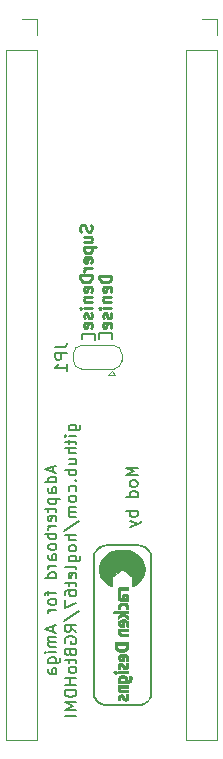
<source format=gbr>
%TF.GenerationSoftware,KiCad,Pcbnew,(5.1.8)-1*%
%TF.CreationDate,2021-02-07T10:27:01+01:00*%
%TF.ProjectId,deniseadapter,64656e69-7365-4616-9461-707465722e6b,rev?*%
%TF.SameCoordinates,Original*%
%TF.FileFunction,Legend,Bot*%
%TF.FilePolarity,Positive*%
%FSLAX46Y46*%
G04 Gerber Fmt 4.6, Leading zero omitted, Abs format (unit mm)*
G04 Created by KiCad (PCBNEW (5.1.8)-1) date 2021-02-07 10:27:01*
%MOMM*%
%LPD*%
G01*
G04 APERTURE LIST*
%ADD10C,0.200000*%
%ADD11C,0.250000*%
%ADD12C,0.010000*%
%ADD13C,0.120000*%
%ADD14C,0.150000*%
G04 APERTURE END LIST*
D10*
X129182120Y-97623666D02*
X128182120Y-97623666D01*
X128896406Y-97957000D01*
X128182120Y-98290333D01*
X129182120Y-98290333D01*
X129182120Y-98909380D02*
X129134501Y-98814142D01*
X129086882Y-98766523D01*
X128991644Y-98718904D01*
X128705930Y-98718904D01*
X128610692Y-98766523D01*
X128563073Y-98814142D01*
X128515454Y-98909380D01*
X128515454Y-99052238D01*
X128563073Y-99147476D01*
X128610692Y-99195095D01*
X128705930Y-99242714D01*
X128991644Y-99242714D01*
X129086882Y-99195095D01*
X129134501Y-99147476D01*
X129182120Y-99052238D01*
X129182120Y-98909380D01*
X129182120Y-100099857D02*
X128182120Y-100099857D01*
X129134501Y-100099857D02*
X129182120Y-100004619D01*
X129182120Y-99814142D01*
X129134501Y-99718904D01*
X129086882Y-99671285D01*
X128991644Y-99623666D01*
X128705930Y-99623666D01*
X128610692Y-99671285D01*
X128563073Y-99718904D01*
X128515454Y-99814142D01*
X128515454Y-100004619D01*
X128563073Y-100099857D01*
X129182120Y-101337952D02*
X128182120Y-101337952D01*
X128563073Y-101337952D02*
X128515454Y-101433190D01*
X128515454Y-101623666D01*
X128563073Y-101718904D01*
X128610692Y-101766523D01*
X128705930Y-101814142D01*
X128991644Y-101814142D01*
X129086882Y-101766523D01*
X129134501Y-101718904D01*
X129182120Y-101623666D01*
X129182120Y-101433190D01*
X129134501Y-101337952D01*
X128515454Y-102147476D02*
X129182120Y-102385571D01*
X128515454Y-102623666D02*
X129182120Y-102385571D01*
X129420216Y-102290333D01*
X129467835Y-102242714D01*
X129515454Y-102147476D01*
X124454920Y-86779100D02*
X124454920Y-86276180D01*
X124454920Y-86276180D02*
X125600460Y-86276180D01*
X125600460Y-86276180D02*
X125600460Y-86784180D01*
X127058420Y-86271100D02*
X127058420Y-86779100D01*
X125912880Y-86271100D02*
X127058420Y-86271100D01*
X125912880Y-86779100D02*
X125912880Y-86271100D01*
D11*
X125276241Y-77074307D02*
X125323860Y-77217164D01*
X125323860Y-77455260D01*
X125276241Y-77550498D01*
X125228622Y-77598117D01*
X125133384Y-77645736D01*
X125038146Y-77645736D01*
X124942908Y-77598117D01*
X124895289Y-77550498D01*
X124847670Y-77455260D01*
X124800051Y-77264783D01*
X124752432Y-77169545D01*
X124704813Y-77121926D01*
X124609575Y-77074307D01*
X124514337Y-77074307D01*
X124419099Y-77121926D01*
X124371480Y-77169545D01*
X124323860Y-77264783D01*
X124323860Y-77502879D01*
X124371480Y-77645736D01*
X124657194Y-78502879D02*
X125323860Y-78502879D01*
X124657194Y-78074307D02*
X125181003Y-78074307D01*
X125276241Y-78121926D01*
X125323860Y-78217164D01*
X125323860Y-78360021D01*
X125276241Y-78455260D01*
X125228622Y-78502879D01*
X124657194Y-78979069D02*
X125657194Y-78979069D01*
X124704813Y-78979069D02*
X124657194Y-79074307D01*
X124657194Y-79264783D01*
X124704813Y-79360021D01*
X124752432Y-79407640D01*
X124847670Y-79455260D01*
X125133384Y-79455260D01*
X125228622Y-79407640D01*
X125276241Y-79360021D01*
X125323860Y-79264783D01*
X125323860Y-79074307D01*
X125276241Y-78979069D01*
X125276241Y-80264783D02*
X125323860Y-80169545D01*
X125323860Y-79979069D01*
X125276241Y-79883831D01*
X125181003Y-79836212D01*
X124800051Y-79836212D01*
X124704813Y-79883831D01*
X124657194Y-79979069D01*
X124657194Y-80169545D01*
X124704813Y-80264783D01*
X124800051Y-80312402D01*
X124895289Y-80312402D01*
X124990527Y-79836212D01*
X125323860Y-80740974D02*
X124657194Y-80740974D01*
X124847670Y-80740974D02*
X124752432Y-80788593D01*
X124704813Y-80836212D01*
X124657194Y-80931450D01*
X124657194Y-81026688D01*
X125323860Y-81360021D02*
X124323860Y-81360021D01*
X124323860Y-81598117D01*
X124371480Y-81740974D01*
X124466718Y-81836212D01*
X124561956Y-81883831D01*
X124752432Y-81931450D01*
X124895289Y-81931450D01*
X125085765Y-81883831D01*
X125181003Y-81836212D01*
X125276241Y-81740974D01*
X125323860Y-81598117D01*
X125323860Y-81360021D01*
X125276241Y-82740974D02*
X125323860Y-82645736D01*
X125323860Y-82455260D01*
X125276241Y-82360021D01*
X125181003Y-82312402D01*
X124800051Y-82312402D01*
X124704813Y-82360021D01*
X124657194Y-82455260D01*
X124657194Y-82645736D01*
X124704813Y-82740974D01*
X124800051Y-82788593D01*
X124895289Y-82788593D01*
X124990527Y-82312402D01*
X124657194Y-83217164D02*
X125323860Y-83217164D01*
X124752432Y-83217164D02*
X124704813Y-83264783D01*
X124657194Y-83360021D01*
X124657194Y-83502879D01*
X124704813Y-83598117D01*
X124800051Y-83645736D01*
X125323860Y-83645736D01*
X125323860Y-84121926D02*
X124657194Y-84121926D01*
X124323860Y-84121926D02*
X124371480Y-84074307D01*
X124419099Y-84121926D01*
X124371480Y-84169545D01*
X124323860Y-84121926D01*
X124419099Y-84121926D01*
X125276241Y-84550498D02*
X125323860Y-84645736D01*
X125323860Y-84836212D01*
X125276241Y-84931450D01*
X125181003Y-84979069D01*
X125133384Y-84979069D01*
X125038146Y-84931450D01*
X124990527Y-84836212D01*
X124990527Y-84693355D01*
X124942908Y-84598117D01*
X124847670Y-84550498D01*
X124800051Y-84550498D01*
X124704813Y-84598117D01*
X124657194Y-84693355D01*
X124657194Y-84836212D01*
X124704813Y-84931450D01*
X125276241Y-85788593D02*
X125323860Y-85693355D01*
X125323860Y-85502879D01*
X125276241Y-85407640D01*
X125181003Y-85360021D01*
X124800051Y-85360021D01*
X124704813Y-85407640D01*
X124657194Y-85502879D01*
X124657194Y-85693355D01*
X124704813Y-85788593D01*
X124800051Y-85836212D01*
X124895289Y-85836212D01*
X124990527Y-85360021D01*
X126957080Y-81364414D02*
X125957080Y-81364414D01*
X125957080Y-81602509D01*
X126004700Y-81745366D01*
X126099938Y-81840604D01*
X126195176Y-81888223D01*
X126385652Y-81935842D01*
X126528509Y-81935842D01*
X126718985Y-81888223D01*
X126814223Y-81840604D01*
X126909461Y-81745366D01*
X126957080Y-81602509D01*
X126957080Y-81364414D01*
X126909461Y-82745366D02*
X126957080Y-82650128D01*
X126957080Y-82459652D01*
X126909461Y-82364414D01*
X126814223Y-82316795D01*
X126433271Y-82316795D01*
X126338033Y-82364414D01*
X126290414Y-82459652D01*
X126290414Y-82650128D01*
X126338033Y-82745366D01*
X126433271Y-82792985D01*
X126528509Y-82792985D01*
X126623747Y-82316795D01*
X126290414Y-83221557D02*
X126957080Y-83221557D01*
X126385652Y-83221557D02*
X126338033Y-83269176D01*
X126290414Y-83364414D01*
X126290414Y-83507271D01*
X126338033Y-83602509D01*
X126433271Y-83650128D01*
X126957080Y-83650128D01*
X126957080Y-84126319D02*
X126290414Y-84126319D01*
X125957080Y-84126319D02*
X126004700Y-84078700D01*
X126052319Y-84126319D01*
X126004700Y-84173938D01*
X125957080Y-84126319D01*
X126052319Y-84126319D01*
X126909461Y-84554890D02*
X126957080Y-84650128D01*
X126957080Y-84840604D01*
X126909461Y-84935842D01*
X126814223Y-84983461D01*
X126766604Y-84983461D01*
X126671366Y-84935842D01*
X126623747Y-84840604D01*
X126623747Y-84697747D01*
X126576128Y-84602509D01*
X126480890Y-84554890D01*
X126433271Y-84554890D01*
X126338033Y-84602509D01*
X126290414Y-84697747D01*
X126290414Y-84840604D01*
X126338033Y-84935842D01*
X126909461Y-85792985D02*
X126957080Y-85697747D01*
X126957080Y-85507271D01*
X126909461Y-85412033D01*
X126814223Y-85364414D01*
X126433271Y-85364414D01*
X126338033Y-85412033D01*
X126290414Y-85507271D01*
X126290414Y-85697747D01*
X126338033Y-85792985D01*
X126433271Y-85840604D01*
X126528509Y-85840604D01*
X126623747Y-85364414D01*
D10*
X122021526Y-97551385D02*
X122021526Y-98027576D01*
X122307240Y-97456147D02*
X121307240Y-97789480D01*
X122307240Y-98122814D01*
X122307240Y-98884719D02*
X121307240Y-98884719D01*
X122259621Y-98884719D02*
X122307240Y-98789480D01*
X122307240Y-98599004D01*
X122259621Y-98503766D01*
X122212002Y-98456147D01*
X122116764Y-98408528D01*
X121831050Y-98408528D01*
X121735812Y-98456147D01*
X121688193Y-98503766D01*
X121640574Y-98599004D01*
X121640574Y-98789480D01*
X121688193Y-98884719D01*
X122307240Y-99789480D02*
X121783431Y-99789480D01*
X121688193Y-99741861D01*
X121640574Y-99646623D01*
X121640574Y-99456147D01*
X121688193Y-99360909D01*
X122259621Y-99789480D02*
X122307240Y-99694242D01*
X122307240Y-99456147D01*
X122259621Y-99360909D01*
X122164383Y-99313290D01*
X122069145Y-99313290D01*
X121973907Y-99360909D01*
X121926288Y-99456147D01*
X121926288Y-99694242D01*
X121878669Y-99789480D01*
X121640574Y-100265671D02*
X122640574Y-100265671D01*
X121688193Y-100265671D02*
X121640574Y-100360909D01*
X121640574Y-100551385D01*
X121688193Y-100646623D01*
X121735812Y-100694242D01*
X121831050Y-100741861D01*
X122116764Y-100741861D01*
X122212002Y-100694242D01*
X122259621Y-100646623D01*
X122307240Y-100551385D01*
X122307240Y-100360909D01*
X122259621Y-100265671D01*
X121640574Y-101027576D02*
X121640574Y-101408528D01*
X121307240Y-101170433D02*
X122164383Y-101170433D01*
X122259621Y-101218052D01*
X122307240Y-101313290D01*
X122307240Y-101408528D01*
X122259621Y-102122814D02*
X122307240Y-102027576D01*
X122307240Y-101837100D01*
X122259621Y-101741861D01*
X122164383Y-101694242D01*
X121783431Y-101694242D01*
X121688193Y-101741861D01*
X121640574Y-101837100D01*
X121640574Y-102027576D01*
X121688193Y-102122814D01*
X121783431Y-102170433D01*
X121878669Y-102170433D01*
X121973907Y-101694242D01*
X122307240Y-102599004D02*
X121640574Y-102599004D01*
X121831050Y-102599004D02*
X121735812Y-102646623D01*
X121688193Y-102694242D01*
X121640574Y-102789480D01*
X121640574Y-102884719D01*
X122307240Y-103218052D02*
X121307240Y-103218052D01*
X121688193Y-103218052D02*
X121640574Y-103313290D01*
X121640574Y-103503766D01*
X121688193Y-103599004D01*
X121735812Y-103646623D01*
X121831050Y-103694242D01*
X122116764Y-103694242D01*
X122212002Y-103646623D01*
X122259621Y-103599004D01*
X122307240Y-103503766D01*
X122307240Y-103313290D01*
X122259621Y-103218052D01*
X122307240Y-104265671D02*
X122259621Y-104170433D01*
X122212002Y-104122814D01*
X122116764Y-104075195D01*
X121831050Y-104075195D01*
X121735812Y-104122814D01*
X121688193Y-104170433D01*
X121640574Y-104265671D01*
X121640574Y-104408528D01*
X121688193Y-104503766D01*
X121735812Y-104551385D01*
X121831050Y-104599004D01*
X122116764Y-104599004D01*
X122212002Y-104551385D01*
X122259621Y-104503766D01*
X122307240Y-104408528D01*
X122307240Y-104265671D01*
X122307240Y-105456147D02*
X121783431Y-105456147D01*
X121688193Y-105408528D01*
X121640574Y-105313290D01*
X121640574Y-105122814D01*
X121688193Y-105027576D01*
X122259621Y-105456147D02*
X122307240Y-105360909D01*
X122307240Y-105122814D01*
X122259621Y-105027576D01*
X122164383Y-104979957D01*
X122069145Y-104979957D01*
X121973907Y-105027576D01*
X121926288Y-105122814D01*
X121926288Y-105360909D01*
X121878669Y-105456147D01*
X122307240Y-105932338D02*
X121640574Y-105932338D01*
X121831050Y-105932338D02*
X121735812Y-105979957D01*
X121688193Y-106027576D01*
X121640574Y-106122814D01*
X121640574Y-106218052D01*
X122307240Y-106979957D02*
X121307240Y-106979957D01*
X122259621Y-106979957D02*
X122307240Y-106884719D01*
X122307240Y-106694242D01*
X122259621Y-106599004D01*
X122212002Y-106551385D01*
X122116764Y-106503766D01*
X121831050Y-106503766D01*
X121735812Y-106551385D01*
X121688193Y-106599004D01*
X121640574Y-106694242D01*
X121640574Y-106884719D01*
X121688193Y-106979957D01*
X121640574Y-108075195D02*
X121640574Y-108456147D01*
X122307240Y-108218052D02*
X121450098Y-108218052D01*
X121354860Y-108265671D01*
X121307240Y-108360909D01*
X121307240Y-108456147D01*
X122307240Y-108932338D02*
X122259621Y-108837100D01*
X122212002Y-108789480D01*
X122116764Y-108741861D01*
X121831050Y-108741861D01*
X121735812Y-108789480D01*
X121688193Y-108837100D01*
X121640574Y-108932338D01*
X121640574Y-109075195D01*
X121688193Y-109170433D01*
X121735812Y-109218052D01*
X121831050Y-109265671D01*
X122116764Y-109265671D01*
X122212002Y-109218052D01*
X122259621Y-109170433D01*
X122307240Y-109075195D01*
X122307240Y-108932338D01*
X122307240Y-109694242D02*
X121640574Y-109694242D01*
X121831050Y-109694242D02*
X121735812Y-109741861D01*
X121688193Y-109789480D01*
X121640574Y-109884719D01*
X121640574Y-109979957D01*
X122021526Y-111027576D02*
X122021526Y-111503766D01*
X122307240Y-110932338D02*
X121307240Y-111265671D01*
X122307240Y-111599004D01*
X122307240Y-111932338D02*
X121640574Y-111932338D01*
X121735812Y-111932338D02*
X121688193Y-111979957D01*
X121640574Y-112075195D01*
X121640574Y-112218052D01*
X121688193Y-112313290D01*
X121783431Y-112360909D01*
X122307240Y-112360909D01*
X121783431Y-112360909D02*
X121688193Y-112408528D01*
X121640574Y-112503766D01*
X121640574Y-112646623D01*
X121688193Y-112741861D01*
X121783431Y-112789480D01*
X122307240Y-112789480D01*
X122307240Y-113265671D02*
X121640574Y-113265671D01*
X121307240Y-113265671D02*
X121354860Y-113218052D01*
X121402479Y-113265671D01*
X121354860Y-113313290D01*
X121307240Y-113265671D01*
X121402479Y-113265671D01*
X121640574Y-114170433D02*
X122450098Y-114170433D01*
X122545336Y-114122814D01*
X122592955Y-114075195D01*
X122640574Y-113979957D01*
X122640574Y-113837100D01*
X122592955Y-113741861D01*
X122259621Y-114170433D02*
X122307240Y-114075195D01*
X122307240Y-113884719D01*
X122259621Y-113789480D01*
X122212002Y-113741861D01*
X122116764Y-113694242D01*
X121831050Y-113694242D01*
X121735812Y-113741861D01*
X121688193Y-113789480D01*
X121640574Y-113884719D01*
X121640574Y-114075195D01*
X121688193Y-114170433D01*
X122307240Y-115075195D02*
X121783431Y-115075195D01*
X121688193Y-115027576D01*
X121640574Y-114932338D01*
X121640574Y-114741861D01*
X121688193Y-114646623D01*
X122259621Y-115075195D02*
X122307240Y-114979957D01*
X122307240Y-114741861D01*
X122259621Y-114646623D01*
X122164383Y-114599004D01*
X122069145Y-114599004D01*
X121973907Y-114646623D01*
X121926288Y-114741861D01*
X121926288Y-114979957D01*
X121878669Y-115075195D01*
X123340574Y-94479957D02*
X124150098Y-94479957D01*
X124245336Y-94432338D01*
X124292955Y-94384719D01*
X124340574Y-94289480D01*
X124340574Y-94146623D01*
X124292955Y-94051385D01*
X123959621Y-94479957D02*
X124007240Y-94384719D01*
X124007240Y-94194242D01*
X123959621Y-94099004D01*
X123912002Y-94051385D01*
X123816764Y-94003766D01*
X123531050Y-94003766D01*
X123435812Y-94051385D01*
X123388193Y-94099004D01*
X123340574Y-94194242D01*
X123340574Y-94384719D01*
X123388193Y-94479957D01*
X124007240Y-94956147D02*
X123340574Y-94956147D01*
X123007240Y-94956147D02*
X123054860Y-94908528D01*
X123102479Y-94956147D01*
X123054860Y-95003766D01*
X123007240Y-94956147D01*
X123102479Y-94956147D01*
X123340574Y-95289480D02*
X123340574Y-95670433D01*
X123007240Y-95432338D02*
X123864383Y-95432338D01*
X123959621Y-95479957D01*
X124007240Y-95575195D01*
X124007240Y-95670433D01*
X124007240Y-96003766D02*
X123007240Y-96003766D01*
X124007240Y-96432338D02*
X123483431Y-96432338D01*
X123388193Y-96384719D01*
X123340574Y-96289480D01*
X123340574Y-96146623D01*
X123388193Y-96051385D01*
X123435812Y-96003766D01*
X123340574Y-97337100D02*
X124007240Y-97337100D01*
X123340574Y-96908528D02*
X123864383Y-96908528D01*
X123959621Y-96956147D01*
X124007240Y-97051385D01*
X124007240Y-97194242D01*
X123959621Y-97289480D01*
X123912002Y-97337100D01*
X124007240Y-97813290D02*
X123007240Y-97813290D01*
X123388193Y-97813290D02*
X123340574Y-97908528D01*
X123340574Y-98099004D01*
X123388193Y-98194242D01*
X123435812Y-98241861D01*
X123531050Y-98289480D01*
X123816764Y-98289480D01*
X123912002Y-98241861D01*
X123959621Y-98194242D01*
X124007240Y-98099004D01*
X124007240Y-97908528D01*
X123959621Y-97813290D01*
X123912002Y-98718052D02*
X123959621Y-98765671D01*
X124007240Y-98718052D01*
X123959621Y-98670433D01*
X123912002Y-98718052D01*
X124007240Y-98718052D01*
X123959621Y-99622814D02*
X124007240Y-99527576D01*
X124007240Y-99337100D01*
X123959621Y-99241861D01*
X123912002Y-99194242D01*
X123816764Y-99146623D01*
X123531050Y-99146623D01*
X123435812Y-99194242D01*
X123388193Y-99241861D01*
X123340574Y-99337100D01*
X123340574Y-99527576D01*
X123388193Y-99622814D01*
X124007240Y-100194242D02*
X123959621Y-100099004D01*
X123912002Y-100051385D01*
X123816764Y-100003766D01*
X123531050Y-100003766D01*
X123435812Y-100051385D01*
X123388193Y-100099004D01*
X123340574Y-100194242D01*
X123340574Y-100337100D01*
X123388193Y-100432338D01*
X123435812Y-100479957D01*
X123531050Y-100527576D01*
X123816764Y-100527576D01*
X123912002Y-100479957D01*
X123959621Y-100432338D01*
X124007240Y-100337100D01*
X124007240Y-100194242D01*
X124007240Y-100956147D02*
X123340574Y-100956147D01*
X123435812Y-100956147D02*
X123388193Y-101003766D01*
X123340574Y-101099004D01*
X123340574Y-101241861D01*
X123388193Y-101337100D01*
X123483431Y-101384719D01*
X124007240Y-101384719D01*
X123483431Y-101384719D02*
X123388193Y-101432338D01*
X123340574Y-101527576D01*
X123340574Y-101670433D01*
X123388193Y-101765671D01*
X123483431Y-101813290D01*
X124007240Y-101813290D01*
X122959621Y-103003766D02*
X124245336Y-102146623D01*
X124007240Y-103337099D02*
X123007240Y-103337099D01*
X124007240Y-103765671D02*
X123483431Y-103765671D01*
X123388193Y-103718052D01*
X123340574Y-103622814D01*
X123340574Y-103479957D01*
X123388193Y-103384719D01*
X123435812Y-103337099D01*
X124007240Y-104384719D02*
X123959621Y-104289480D01*
X123912002Y-104241861D01*
X123816764Y-104194242D01*
X123531050Y-104194242D01*
X123435812Y-104241861D01*
X123388193Y-104289480D01*
X123340574Y-104384719D01*
X123340574Y-104527576D01*
X123388193Y-104622814D01*
X123435812Y-104670433D01*
X123531050Y-104718052D01*
X123816764Y-104718052D01*
X123912002Y-104670433D01*
X123959621Y-104622814D01*
X124007240Y-104527576D01*
X124007240Y-104384719D01*
X123340574Y-105575195D02*
X124150098Y-105575195D01*
X124245336Y-105527576D01*
X124292955Y-105479957D01*
X124340574Y-105384719D01*
X124340574Y-105241861D01*
X124292955Y-105146623D01*
X123959621Y-105575195D02*
X124007240Y-105479957D01*
X124007240Y-105289480D01*
X123959621Y-105194242D01*
X123912002Y-105146623D01*
X123816764Y-105099004D01*
X123531050Y-105099004D01*
X123435812Y-105146623D01*
X123388193Y-105194242D01*
X123340574Y-105289480D01*
X123340574Y-105479957D01*
X123388193Y-105575195D01*
X124007240Y-106194242D02*
X123959621Y-106099004D01*
X123864383Y-106051385D01*
X123007240Y-106051385D01*
X123959621Y-106956147D02*
X124007240Y-106860909D01*
X124007240Y-106670433D01*
X123959621Y-106575195D01*
X123864383Y-106527576D01*
X123483431Y-106527576D01*
X123388193Y-106575195D01*
X123340574Y-106670433D01*
X123340574Y-106860909D01*
X123388193Y-106956147D01*
X123483431Y-107003766D01*
X123578669Y-107003766D01*
X123673907Y-106527576D01*
X123340574Y-107289480D02*
X123340574Y-107670433D01*
X123007240Y-107432338D02*
X123864383Y-107432338D01*
X123959621Y-107479957D01*
X124007240Y-107575195D01*
X124007240Y-107670433D01*
X123007240Y-108432338D02*
X123007240Y-108241861D01*
X123054860Y-108146623D01*
X123102479Y-108099004D01*
X123245336Y-108003766D01*
X123435812Y-107956147D01*
X123816764Y-107956147D01*
X123912002Y-108003766D01*
X123959621Y-108051385D01*
X124007240Y-108146623D01*
X124007240Y-108337099D01*
X123959621Y-108432338D01*
X123912002Y-108479957D01*
X123816764Y-108527576D01*
X123578669Y-108527576D01*
X123483431Y-108479957D01*
X123435812Y-108432338D01*
X123388193Y-108337099D01*
X123388193Y-108146623D01*
X123435812Y-108051385D01*
X123483431Y-108003766D01*
X123578669Y-107956147D01*
X123007240Y-108860909D02*
X123007240Y-109527576D01*
X124007240Y-109099004D01*
X122959621Y-110622814D02*
X124245336Y-109765671D01*
X124007240Y-111527576D02*
X123531050Y-111194242D01*
X124007240Y-110956147D02*
X123007240Y-110956147D01*
X123007240Y-111337099D01*
X123054860Y-111432338D01*
X123102479Y-111479957D01*
X123197717Y-111527576D01*
X123340574Y-111527576D01*
X123435812Y-111479957D01*
X123483431Y-111432338D01*
X123531050Y-111337099D01*
X123531050Y-110956147D01*
X123054860Y-112479957D02*
X123007240Y-112384719D01*
X123007240Y-112241861D01*
X123054860Y-112099004D01*
X123150098Y-112003766D01*
X123245336Y-111956147D01*
X123435812Y-111908528D01*
X123578669Y-111908528D01*
X123769145Y-111956147D01*
X123864383Y-112003766D01*
X123959621Y-112099004D01*
X124007240Y-112241861D01*
X124007240Y-112337099D01*
X123959621Y-112479957D01*
X123912002Y-112527576D01*
X123578669Y-112527576D01*
X123578669Y-112337099D01*
X123483431Y-113289480D02*
X123531050Y-113432338D01*
X123578669Y-113479957D01*
X123673907Y-113527576D01*
X123816764Y-113527576D01*
X123912002Y-113479957D01*
X123959621Y-113432338D01*
X124007240Y-113337099D01*
X124007240Y-112956147D01*
X123007240Y-112956147D01*
X123007240Y-113289480D01*
X123054860Y-113384719D01*
X123102479Y-113432338D01*
X123197717Y-113479957D01*
X123292955Y-113479957D01*
X123388193Y-113432338D01*
X123435812Y-113384719D01*
X123483431Y-113289480D01*
X123483431Y-112956147D01*
X123340574Y-113813290D02*
X123340574Y-114194242D01*
X123007240Y-113956147D02*
X123864383Y-113956147D01*
X123959621Y-114003766D01*
X124007240Y-114099004D01*
X124007240Y-114194242D01*
X124007240Y-114670433D02*
X123959621Y-114575195D01*
X123912002Y-114527576D01*
X123816764Y-114479957D01*
X123531050Y-114479957D01*
X123435812Y-114527576D01*
X123388193Y-114575195D01*
X123340574Y-114670433D01*
X123340574Y-114813290D01*
X123388193Y-114908528D01*
X123435812Y-114956147D01*
X123531050Y-115003766D01*
X123816764Y-115003766D01*
X123912002Y-114956147D01*
X123959621Y-114908528D01*
X124007240Y-114813290D01*
X124007240Y-114670433D01*
X124007240Y-115432338D02*
X123007240Y-115432338D01*
X123483431Y-115432338D02*
X123483431Y-116003766D01*
X124007240Y-116003766D02*
X123007240Y-116003766D01*
X124007240Y-116479957D02*
X123007240Y-116479957D01*
X123007240Y-116718052D01*
X123054860Y-116860909D01*
X123150098Y-116956147D01*
X123245336Y-117003766D01*
X123435812Y-117051385D01*
X123578669Y-117051385D01*
X123769145Y-117003766D01*
X123864383Y-116956147D01*
X123959621Y-116860909D01*
X124007240Y-116718052D01*
X124007240Y-116479957D01*
X124007240Y-117479957D02*
X123007240Y-117479957D01*
X123721526Y-117813290D01*
X123007240Y-118146623D01*
X124007240Y-118146623D01*
X124007240Y-118622814D02*
X123007240Y-118622814D01*
D12*
%TO.C,G\u002A\u002A\u002A*%
G36*
X125392181Y-111316213D02*
G01*
X125392185Y-111677981D01*
X125392195Y-112023565D01*
X125392210Y-112353341D01*
X125392231Y-112667684D01*
X125392261Y-112966968D01*
X125392300Y-113251569D01*
X125392350Y-113521861D01*
X125392411Y-113778221D01*
X125392484Y-114021022D01*
X125392572Y-114250639D01*
X125392675Y-114467448D01*
X125392793Y-114671824D01*
X125392930Y-114864141D01*
X125393084Y-115044775D01*
X125393259Y-115214101D01*
X125393454Y-115372493D01*
X125393671Y-115520327D01*
X125393912Y-115657977D01*
X125394177Y-115785819D01*
X125394467Y-115904228D01*
X125394784Y-116013578D01*
X125395130Y-116114245D01*
X125395504Y-116206603D01*
X125395908Y-116291028D01*
X125396343Y-116367894D01*
X125396812Y-116437577D01*
X125397313Y-116500452D01*
X125397850Y-116556893D01*
X125398423Y-116607276D01*
X125399033Y-116651975D01*
X125399681Y-116691366D01*
X125400369Y-116725824D01*
X125401097Y-116755722D01*
X125401868Y-116781438D01*
X125402681Y-116803345D01*
X125403539Y-116821818D01*
X125404442Y-116837234D01*
X125405391Y-116849965D01*
X125406389Y-116860388D01*
X125407435Y-116868878D01*
X125408531Y-116875809D01*
X125409678Y-116881557D01*
X125410676Y-116885720D01*
X125454989Y-117019833D01*
X125516271Y-117145100D01*
X125593670Y-117260812D01*
X125686333Y-117366257D01*
X125793409Y-117460727D01*
X125914045Y-117543509D01*
X126047388Y-117613896D01*
X126192587Y-117671175D01*
X126348789Y-117714638D01*
X126423420Y-117729673D01*
X126436616Y-117731872D01*
X126451014Y-117733852D01*
X126467690Y-117735624D01*
X126487719Y-117737201D01*
X126512175Y-117738593D01*
X126542135Y-117739812D01*
X126578672Y-117740869D01*
X126622863Y-117741775D01*
X126675782Y-117742543D01*
X126738504Y-117743183D01*
X126812105Y-117743707D01*
X126897660Y-117744126D01*
X126996243Y-117744452D01*
X127108931Y-117744696D01*
X127236798Y-117744870D01*
X127380919Y-117744984D01*
X127542369Y-117745051D01*
X127722224Y-117745081D01*
X127876300Y-117745087D01*
X128071287Y-117745077D01*
X128247030Y-117745040D01*
X128404604Y-117744964D01*
X128545082Y-117744837D01*
X128669542Y-117744649D01*
X128779057Y-117744389D01*
X128874702Y-117744043D01*
X128957554Y-117743602D01*
X129028687Y-117743054D01*
X129089176Y-117742387D01*
X129140097Y-117741590D01*
X129182524Y-117740651D01*
X129217533Y-117739560D01*
X129246198Y-117738304D01*
X129269596Y-117736873D01*
X129288800Y-117735254D01*
X129304887Y-117733437D01*
X129318931Y-117731411D01*
X129329180Y-117729673D01*
X129490592Y-117692753D01*
X129641319Y-117641580D01*
X129781008Y-117576311D01*
X129909303Y-117497106D01*
X129989305Y-117435825D01*
X130092981Y-117338335D01*
X130180734Y-117231661D01*
X130253134Y-117114925D01*
X130310752Y-116987251D01*
X130341650Y-116894187D01*
X130342833Y-116889651D01*
X130343965Y-116884163D01*
X130345046Y-116877348D01*
X130346078Y-116868831D01*
X130347063Y-116858237D01*
X130348001Y-116845192D01*
X130348894Y-116829321D01*
X130349743Y-116810250D01*
X130350550Y-116787603D01*
X130351315Y-116761006D01*
X130352040Y-116730084D01*
X130352726Y-116694463D01*
X130353375Y-116653767D01*
X130353987Y-116607623D01*
X130354565Y-116555655D01*
X130355109Y-116497489D01*
X130355620Y-116432750D01*
X130356100Y-116361063D01*
X130356550Y-116282054D01*
X130356972Y-116195347D01*
X130357367Y-116100569D01*
X130357735Y-115997345D01*
X130358078Y-115885299D01*
X130358398Y-115764057D01*
X130358696Y-115633245D01*
X130358973Y-115492487D01*
X130359230Y-115341409D01*
X130359468Y-115179637D01*
X130359689Y-115006795D01*
X130359895Y-114822509D01*
X130360086Y-114626404D01*
X130360263Y-114418105D01*
X130360429Y-114197239D01*
X130360583Y-113963429D01*
X130360728Y-113716302D01*
X130360865Y-113455482D01*
X130360995Y-113180596D01*
X130361119Y-112891267D01*
X130361239Y-112587122D01*
X130361355Y-112267786D01*
X130361470Y-111932884D01*
X130361584Y-111582042D01*
X130361699Y-111214884D01*
X130361774Y-110967520D01*
X130361886Y-110577591D01*
X130361980Y-110204264D01*
X130362056Y-109847212D01*
X130362113Y-109506103D01*
X130362150Y-109180608D01*
X130362167Y-108870398D01*
X130362163Y-108575141D01*
X130362138Y-108294509D01*
X130362091Y-108028172D01*
X130362021Y-107775799D01*
X130361927Y-107537061D01*
X130361810Y-107311629D01*
X130361668Y-107099171D01*
X130361501Y-106899359D01*
X130361308Y-106711862D01*
X130361089Y-106536351D01*
X130360842Y-106372496D01*
X130360568Y-106219966D01*
X130360266Y-106078433D01*
X130359935Y-105947566D01*
X130359574Y-105827036D01*
X130359183Y-105716512D01*
X130358761Y-105615665D01*
X130358307Y-105524165D01*
X130357822Y-105441681D01*
X130357304Y-105367886D01*
X130356753Y-105302447D01*
X130356167Y-105245036D01*
X130355547Y-105195323D01*
X130354892Y-105152977D01*
X130354201Y-105117670D01*
X130353474Y-105089070D01*
X130352710Y-105066849D01*
X130351908Y-105050676D01*
X130351068Y-105040222D01*
X130350557Y-105036620D01*
X130315342Y-104904176D01*
X130262376Y-104778720D01*
X130192652Y-104661238D01*
X130107162Y-104552714D01*
X130006899Y-104454133D01*
X129892854Y-104366481D01*
X129766022Y-104290742D01*
X129627393Y-104227902D01*
X129489670Y-104182156D01*
X129464324Y-104175009D01*
X129441451Y-104168555D01*
X129419948Y-104162758D01*
X129398711Y-104157584D01*
X129376639Y-104152996D01*
X129352626Y-104148959D01*
X129325571Y-104145440D01*
X129294369Y-104142401D01*
X129257919Y-104139809D01*
X129215115Y-104137627D01*
X129164856Y-104135821D01*
X129106038Y-104134356D01*
X129037558Y-104133195D01*
X128958312Y-104132305D01*
X128867197Y-104131650D01*
X128763111Y-104131195D01*
X128644949Y-104130904D01*
X128511609Y-104130742D01*
X128361987Y-104130674D01*
X128194981Y-104130666D01*
X128009486Y-104130681D01*
X127922943Y-104130684D01*
X127922943Y-104197123D01*
X128073027Y-104197236D01*
X128221167Y-104197488D01*
X128365879Y-104197879D01*
X128505679Y-104198409D01*
X128639082Y-104199079D01*
X128764605Y-104199887D01*
X128880762Y-104200835D01*
X128986071Y-104201922D01*
X129079046Y-104203148D01*
X129158203Y-104204514D01*
X129222059Y-104206018D01*
X129269128Y-104207662D01*
X129297928Y-104209445D01*
X129303780Y-104210160D01*
X129457222Y-104243479D01*
X129599920Y-104291107D01*
X129732455Y-104353294D01*
X129855408Y-104430290D01*
X129907045Y-104469260D01*
X130016049Y-104566758D01*
X130106341Y-104670730D01*
X130178183Y-104781600D01*
X130231840Y-104899789D01*
X130267577Y-105025718D01*
X130272923Y-105053724D01*
X130273417Y-105064975D01*
X130273898Y-105092757D01*
X130274365Y-105136669D01*
X130274818Y-105196308D01*
X130275257Y-105271272D01*
X130275681Y-105361159D01*
X130276090Y-105465568D01*
X130276483Y-105584096D01*
X130276859Y-105716341D01*
X130277219Y-105861901D01*
X130277561Y-106020374D01*
X130277886Y-106191358D01*
X130278192Y-106374452D01*
X130278480Y-106569252D01*
X130278748Y-106775358D01*
X130278996Y-106992367D01*
X130279224Y-107219877D01*
X130279432Y-107457485D01*
X130279618Y-107704791D01*
X130279782Y-107961392D01*
X130279924Y-108226885D01*
X130280044Y-108500870D01*
X130280140Y-108782944D01*
X130280213Y-109072704D01*
X130280261Y-109369749D01*
X130280285Y-109673678D01*
X130280283Y-109984087D01*
X130280256Y-110300575D01*
X130280203Y-110622739D01*
X130280123Y-110950179D01*
X130280118Y-110967520D01*
X130280008Y-111345957D01*
X130279898Y-111707834D01*
X130279786Y-112053523D01*
X130279673Y-112383399D01*
X130279556Y-112697832D01*
X130279435Y-112997198D01*
X130279307Y-113281868D01*
X130279173Y-113552216D01*
X130279030Y-113808614D01*
X130278878Y-114051436D01*
X130278715Y-114281055D01*
X130278541Y-114497843D01*
X130278353Y-114702174D01*
X130278151Y-114894420D01*
X130277934Y-115074956D01*
X130277700Y-115244153D01*
X130277448Y-115402384D01*
X130277177Y-115550023D01*
X130276885Y-115687443D01*
X130276573Y-115815016D01*
X130276237Y-115933116D01*
X130275878Y-116042116D01*
X130275493Y-116142388D01*
X130275083Y-116234306D01*
X130274644Y-116318243D01*
X130274177Y-116394571D01*
X130273681Y-116463664D01*
X130273153Y-116525894D01*
X130272592Y-116581635D01*
X130271998Y-116631260D01*
X130271370Y-116675141D01*
X130270705Y-116713652D01*
X130270004Y-116747165D01*
X130269264Y-116776054D01*
X130268484Y-116800692D01*
X130267664Y-116821451D01*
X130266802Y-116838705D01*
X130265896Y-116852826D01*
X130264947Y-116864188D01*
X130263951Y-116873164D01*
X130262909Y-116880126D01*
X130261819Y-116885448D01*
X130261006Y-116888465D01*
X130222412Y-116999333D01*
X130176560Y-117097290D01*
X130121100Y-117185857D01*
X130053684Y-117268557D01*
X129971964Y-117348908D01*
X129929249Y-117385778D01*
X129828476Y-117462957D01*
X129727610Y-117525747D01*
X129622462Y-117576346D01*
X129508838Y-117616949D01*
X129462939Y-117630114D01*
X129438720Y-117636712D01*
X129416685Y-117642666D01*
X129395727Y-117648009D01*
X129374737Y-117652774D01*
X129352607Y-117656995D01*
X129328229Y-117660704D01*
X129300495Y-117663934D01*
X129268297Y-117666718D01*
X129230526Y-117669089D01*
X129186075Y-117671081D01*
X129133835Y-117672725D01*
X129072698Y-117674056D01*
X129001557Y-117675106D01*
X128919303Y-117675908D01*
X128824828Y-117676496D01*
X128717023Y-117676901D01*
X128594782Y-117677157D01*
X128456995Y-117677298D01*
X128302554Y-117677356D01*
X128130352Y-117677364D01*
X127939280Y-117677355D01*
X127876300Y-117677353D01*
X127679178Y-117677361D01*
X127501267Y-117677362D01*
X127341461Y-117677323D01*
X127198650Y-117677212D01*
X127071727Y-117676994D01*
X126959583Y-117676639D01*
X126861111Y-117676111D01*
X126775201Y-117675379D01*
X126700747Y-117674409D01*
X126636640Y-117673168D01*
X126581771Y-117671624D01*
X126535034Y-117669743D01*
X126495318Y-117667492D01*
X126461518Y-117664839D01*
X126432524Y-117661750D01*
X126407228Y-117658193D01*
X126384522Y-117654134D01*
X126363298Y-117649540D01*
X126342448Y-117644379D01*
X126320864Y-117638617D01*
X126297438Y-117632222D01*
X126289660Y-117630114D01*
X126171752Y-117592708D01*
X126063901Y-117546136D01*
X125961913Y-117488200D01*
X125861597Y-117416704D01*
X125823350Y-117385778D01*
X125720857Y-117290983D01*
X125637164Y-117192397D01*
X125570840Y-117087798D01*
X125520451Y-116974964D01*
X125487547Y-116864553D01*
X125486574Y-116852013D01*
X125485631Y-116823068D01*
X125484719Y-116778247D01*
X125483837Y-116718078D01*
X125482987Y-116643090D01*
X125482168Y-116553811D01*
X125481379Y-116450771D01*
X125480621Y-116334497D01*
X125479895Y-116205518D01*
X125479199Y-116064363D01*
X125478534Y-115911560D01*
X125477900Y-115747637D01*
X125477296Y-115573124D01*
X125476724Y-115388549D01*
X125476182Y-115194441D01*
X125475672Y-114991327D01*
X125475192Y-114779737D01*
X125474743Y-114560199D01*
X125474325Y-114333241D01*
X125473938Y-114099393D01*
X125473582Y-113859182D01*
X125473256Y-113613138D01*
X125472962Y-113361788D01*
X125472698Y-113105662D01*
X125472466Y-112845288D01*
X125472264Y-112581195D01*
X125472093Y-112313910D01*
X125471953Y-112043963D01*
X125471843Y-111771882D01*
X125471765Y-111498196D01*
X125471718Y-111223433D01*
X125471701Y-110948122D01*
X125471715Y-110672791D01*
X125471760Y-110397969D01*
X125471836Y-110124185D01*
X125471943Y-109851967D01*
X125472081Y-109581843D01*
X125472250Y-109314342D01*
X125472449Y-109049993D01*
X125472680Y-108789324D01*
X125472941Y-108532864D01*
X125473233Y-108281142D01*
X125473556Y-108034685D01*
X125473910Y-107794022D01*
X125474295Y-107559683D01*
X125474711Y-107332195D01*
X125475158Y-107112087D01*
X125475635Y-106899888D01*
X125476143Y-106696126D01*
X125476683Y-106501330D01*
X125477253Y-106316028D01*
X125477854Y-106140749D01*
X125478486Y-105976022D01*
X125479148Y-105822374D01*
X125479842Y-105680335D01*
X125480566Y-105550433D01*
X125481322Y-105433196D01*
X125482108Y-105329154D01*
X125482925Y-105238834D01*
X125483773Y-105162766D01*
X125484652Y-105101477D01*
X125485562Y-105055497D01*
X125486502Y-105025354D01*
X125487474Y-105011576D01*
X125487547Y-105011220D01*
X125524821Y-104889074D01*
X125576741Y-104777164D01*
X125644740Y-104673268D01*
X125730251Y-104575162D01*
X125823350Y-104489995D01*
X125937105Y-104404584D01*
X126055407Y-104334841D01*
X126180926Y-104279570D01*
X126316327Y-104237580D01*
X126448820Y-104210160D01*
X126470275Y-104208324D01*
X126510566Y-104206627D01*
X126568208Y-104205070D01*
X126641717Y-104203651D01*
X126729608Y-104202372D01*
X126830397Y-104201232D01*
X126942600Y-104200232D01*
X127064734Y-104199370D01*
X127195312Y-104198647D01*
X127332853Y-104198064D01*
X127475870Y-104197620D01*
X127622880Y-104197315D01*
X127772399Y-104197150D01*
X127922943Y-104197123D01*
X127922943Y-104130684D01*
X127876300Y-104130687D01*
X127681312Y-104130697D01*
X127505569Y-104130734D01*
X127347995Y-104130810D01*
X127207517Y-104130936D01*
X127083057Y-104131124D01*
X126973542Y-104131385D01*
X126877897Y-104131730D01*
X126795045Y-104132172D01*
X126723912Y-104132720D01*
X126663423Y-104133387D01*
X126612502Y-104134184D01*
X126570075Y-104135123D01*
X126535066Y-104136214D01*
X126506401Y-104137470D01*
X126483003Y-104138901D01*
X126463799Y-104140519D01*
X126447712Y-104142336D01*
X126433668Y-104144363D01*
X126423420Y-104146100D01*
X126262484Y-104183028D01*
X126112163Y-104234097D01*
X125973310Y-104298596D01*
X125846775Y-104375815D01*
X125733412Y-104465045D01*
X125634072Y-104565575D01*
X125549609Y-104676694D01*
X125480873Y-104797693D01*
X125428719Y-104927861D01*
X125410676Y-104990054D01*
X125409485Y-104995100D01*
X125408346Y-105001018D01*
X125407258Y-105008180D01*
X125406221Y-105016963D01*
X125405231Y-105027742D01*
X125404290Y-105040891D01*
X125403394Y-105056785D01*
X125402544Y-105075800D01*
X125401738Y-105098310D01*
X125400974Y-105124690D01*
X125400253Y-105155316D01*
X125399571Y-105190562D01*
X125398929Y-105230804D01*
X125398326Y-105276416D01*
X125397759Y-105327773D01*
X125397228Y-105385251D01*
X125396732Y-105449224D01*
X125396269Y-105520067D01*
X125395839Y-105598156D01*
X125395440Y-105683865D01*
X125395071Y-105777570D01*
X125394730Y-105879644D01*
X125394418Y-105990465D01*
X125394131Y-106110405D01*
X125393871Y-106239841D01*
X125393634Y-106379147D01*
X125393420Y-106528698D01*
X125393229Y-106688870D01*
X125393058Y-106860037D01*
X125392906Y-107042575D01*
X125392773Y-107236858D01*
X125392657Y-107443261D01*
X125392557Y-107662159D01*
X125392471Y-107893928D01*
X125392400Y-108138942D01*
X125392341Y-108397576D01*
X125392293Y-108670205D01*
X125392256Y-108957205D01*
X125392227Y-109258950D01*
X125392207Y-109575816D01*
X125392193Y-109908176D01*
X125392184Y-110256407D01*
X125392180Y-110620883D01*
X125392180Y-110937887D01*
X125392181Y-111316213D01*
G37*
X125392181Y-111316213D02*
X125392185Y-111677981D01*
X125392195Y-112023565D01*
X125392210Y-112353341D01*
X125392231Y-112667684D01*
X125392261Y-112966968D01*
X125392300Y-113251569D01*
X125392350Y-113521861D01*
X125392411Y-113778221D01*
X125392484Y-114021022D01*
X125392572Y-114250639D01*
X125392675Y-114467448D01*
X125392793Y-114671824D01*
X125392930Y-114864141D01*
X125393084Y-115044775D01*
X125393259Y-115214101D01*
X125393454Y-115372493D01*
X125393671Y-115520327D01*
X125393912Y-115657977D01*
X125394177Y-115785819D01*
X125394467Y-115904228D01*
X125394784Y-116013578D01*
X125395130Y-116114245D01*
X125395504Y-116206603D01*
X125395908Y-116291028D01*
X125396343Y-116367894D01*
X125396812Y-116437577D01*
X125397313Y-116500452D01*
X125397850Y-116556893D01*
X125398423Y-116607276D01*
X125399033Y-116651975D01*
X125399681Y-116691366D01*
X125400369Y-116725824D01*
X125401097Y-116755722D01*
X125401868Y-116781438D01*
X125402681Y-116803345D01*
X125403539Y-116821818D01*
X125404442Y-116837234D01*
X125405391Y-116849965D01*
X125406389Y-116860388D01*
X125407435Y-116868878D01*
X125408531Y-116875809D01*
X125409678Y-116881557D01*
X125410676Y-116885720D01*
X125454989Y-117019833D01*
X125516271Y-117145100D01*
X125593670Y-117260812D01*
X125686333Y-117366257D01*
X125793409Y-117460727D01*
X125914045Y-117543509D01*
X126047388Y-117613896D01*
X126192587Y-117671175D01*
X126348789Y-117714638D01*
X126423420Y-117729673D01*
X126436616Y-117731872D01*
X126451014Y-117733852D01*
X126467690Y-117735624D01*
X126487719Y-117737201D01*
X126512175Y-117738593D01*
X126542135Y-117739812D01*
X126578672Y-117740869D01*
X126622863Y-117741775D01*
X126675782Y-117742543D01*
X126738504Y-117743183D01*
X126812105Y-117743707D01*
X126897660Y-117744126D01*
X126996243Y-117744452D01*
X127108931Y-117744696D01*
X127236798Y-117744870D01*
X127380919Y-117744984D01*
X127542369Y-117745051D01*
X127722224Y-117745081D01*
X127876300Y-117745087D01*
X128071287Y-117745077D01*
X128247030Y-117745040D01*
X128404604Y-117744964D01*
X128545082Y-117744837D01*
X128669542Y-117744649D01*
X128779057Y-117744389D01*
X128874702Y-117744043D01*
X128957554Y-117743602D01*
X129028687Y-117743054D01*
X129089176Y-117742387D01*
X129140097Y-117741590D01*
X129182524Y-117740651D01*
X129217533Y-117739560D01*
X129246198Y-117738304D01*
X129269596Y-117736873D01*
X129288800Y-117735254D01*
X129304887Y-117733437D01*
X129318931Y-117731411D01*
X129329180Y-117729673D01*
X129490592Y-117692753D01*
X129641319Y-117641580D01*
X129781008Y-117576311D01*
X129909303Y-117497106D01*
X129989305Y-117435825D01*
X130092981Y-117338335D01*
X130180734Y-117231661D01*
X130253134Y-117114925D01*
X130310752Y-116987251D01*
X130341650Y-116894187D01*
X130342833Y-116889651D01*
X130343965Y-116884163D01*
X130345046Y-116877348D01*
X130346078Y-116868831D01*
X130347063Y-116858237D01*
X130348001Y-116845192D01*
X130348894Y-116829321D01*
X130349743Y-116810250D01*
X130350550Y-116787603D01*
X130351315Y-116761006D01*
X130352040Y-116730084D01*
X130352726Y-116694463D01*
X130353375Y-116653767D01*
X130353987Y-116607623D01*
X130354565Y-116555655D01*
X130355109Y-116497489D01*
X130355620Y-116432750D01*
X130356100Y-116361063D01*
X130356550Y-116282054D01*
X130356972Y-116195347D01*
X130357367Y-116100569D01*
X130357735Y-115997345D01*
X130358078Y-115885299D01*
X130358398Y-115764057D01*
X130358696Y-115633245D01*
X130358973Y-115492487D01*
X130359230Y-115341409D01*
X130359468Y-115179637D01*
X130359689Y-115006795D01*
X130359895Y-114822509D01*
X130360086Y-114626404D01*
X130360263Y-114418105D01*
X130360429Y-114197239D01*
X130360583Y-113963429D01*
X130360728Y-113716302D01*
X130360865Y-113455482D01*
X130360995Y-113180596D01*
X130361119Y-112891267D01*
X130361239Y-112587122D01*
X130361355Y-112267786D01*
X130361470Y-111932884D01*
X130361584Y-111582042D01*
X130361699Y-111214884D01*
X130361774Y-110967520D01*
X130361886Y-110577591D01*
X130361980Y-110204264D01*
X130362056Y-109847212D01*
X130362113Y-109506103D01*
X130362150Y-109180608D01*
X130362167Y-108870398D01*
X130362163Y-108575141D01*
X130362138Y-108294509D01*
X130362091Y-108028172D01*
X130362021Y-107775799D01*
X130361927Y-107537061D01*
X130361810Y-107311629D01*
X130361668Y-107099171D01*
X130361501Y-106899359D01*
X130361308Y-106711862D01*
X130361089Y-106536351D01*
X130360842Y-106372496D01*
X130360568Y-106219966D01*
X130360266Y-106078433D01*
X130359935Y-105947566D01*
X130359574Y-105827036D01*
X130359183Y-105716512D01*
X130358761Y-105615665D01*
X130358307Y-105524165D01*
X130357822Y-105441681D01*
X130357304Y-105367886D01*
X130356753Y-105302447D01*
X130356167Y-105245036D01*
X130355547Y-105195323D01*
X130354892Y-105152977D01*
X130354201Y-105117670D01*
X130353474Y-105089070D01*
X130352710Y-105066849D01*
X130351908Y-105050676D01*
X130351068Y-105040222D01*
X130350557Y-105036620D01*
X130315342Y-104904176D01*
X130262376Y-104778720D01*
X130192652Y-104661238D01*
X130107162Y-104552714D01*
X130006899Y-104454133D01*
X129892854Y-104366481D01*
X129766022Y-104290742D01*
X129627393Y-104227902D01*
X129489670Y-104182156D01*
X129464324Y-104175009D01*
X129441451Y-104168555D01*
X129419948Y-104162758D01*
X129398711Y-104157584D01*
X129376639Y-104152996D01*
X129352626Y-104148959D01*
X129325571Y-104145440D01*
X129294369Y-104142401D01*
X129257919Y-104139809D01*
X129215115Y-104137627D01*
X129164856Y-104135821D01*
X129106038Y-104134356D01*
X129037558Y-104133195D01*
X128958312Y-104132305D01*
X128867197Y-104131650D01*
X128763111Y-104131195D01*
X128644949Y-104130904D01*
X128511609Y-104130742D01*
X128361987Y-104130674D01*
X128194981Y-104130666D01*
X128009486Y-104130681D01*
X127922943Y-104130684D01*
X127922943Y-104197123D01*
X128073027Y-104197236D01*
X128221167Y-104197488D01*
X128365879Y-104197879D01*
X128505679Y-104198409D01*
X128639082Y-104199079D01*
X128764605Y-104199887D01*
X128880762Y-104200835D01*
X128986071Y-104201922D01*
X129079046Y-104203148D01*
X129158203Y-104204514D01*
X129222059Y-104206018D01*
X129269128Y-104207662D01*
X129297928Y-104209445D01*
X129303780Y-104210160D01*
X129457222Y-104243479D01*
X129599920Y-104291107D01*
X129732455Y-104353294D01*
X129855408Y-104430290D01*
X129907045Y-104469260D01*
X130016049Y-104566758D01*
X130106341Y-104670730D01*
X130178183Y-104781600D01*
X130231840Y-104899789D01*
X130267577Y-105025718D01*
X130272923Y-105053724D01*
X130273417Y-105064975D01*
X130273898Y-105092757D01*
X130274365Y-105136669D01*
X130274818Y-105196308D01*
X130275257Y-105271272D01*
X130275681Y-105361159D01*
X130276090Y-105465568D01*
X130276483Y-105584096D01*
X130276859Y-105716341D01*
X130277219Y-105861901D01*
X130277561Y-106020374D01*
X130277886Y-106191358D01*
X130278192Y-106374452D01*
X130278480Y-106569252D01*
X130278748Y-106775358D01*
X130278996Y-106992367D01*
X130279224Y-107219877D01*
X130279432Y-107457485D01*
X130279618Y-107704791D01*
X130279782Y-107961392D01*
X130279924Y-108226885D01*
X130280044Y-108500870D01*
X130280140Y-108782944D01*
X130280213Y-109072704D01*
X130280261Y-109369749D01*
X130280285Y-109673678D01*
X130280283Y-109984087D01*
X130280256Y-110300575D01*
X130280203Y-110622739D01*
X130280123Y-110950179D01*
X130280118Y-110967520D01*
X130280008Y-111345957D01*
X130279898Y-111707834D01*
X130279786Y-112053523D01*
X130279673Y-112383399D01*
X130279556Y-112697832D01*
X130279435Y-112997198D01*
X130279307Y-113281868D01*
X130279173Y-113552216D01*
X130279030Y-113808614D01*
X130278878Y-114051436D01*
X130278715Y-114281055D01*
X130278541Y-114497843D01*
X130278353Y-114702174D01*
X130278151Y-114894420D01*
X130277934Y-115074956D01*
X130277700Y-115244153D01*
X130277448Y-115402384D01*
X130277177Y-115550023D01*
X130276885Y-115687443D01*
X130276573Y-115815016D01*
X130276237Y-115933116D01*
X130275878Y-116042116D01*
X130275493Y-116142388D01*
X130275083Y-116234306D01*
X130274644Y-116318243D01*
X130274177Y-116394571D01*
X130273681Y-116463664D01*
X130273153Y-116525894D01*
X130272592Y-116581635D01*
X130271998Y-116631260D01*
X130271370Y-116675141D01*
X130270705Y-116713652D01*
X130270004Y-116747165D01*
X130269264Y-116776054D01*
X130268484Y-116800692D01*
X130267664Y-116821451D01*
X130266802Y-116838705D01*
X130265896Y-116852826D01*
X130264947Y-116864188D01*
X130263951Y-116873164D01*
X130262909Y-116880126D01*
X130261819Y-116885448D01*
X130261006Y-116888465D01*
X130222412Y-116999333D01*
X130176560Y-117097290D01*
X130121100Y-117185857D01*
X130053684Y-117268557D01*
X129971964Y-117348908D01*
X129929249Y-117385778D01*
X129828476Y-117462957D01*
X129727610Y-117525747D01*
X129622462Y-117576346D01*
X129508838Y-117616949D01*
X129462939Y-117630114D01*
X129438720Y-117636712D01*
X129416685Y-117642666D01*
X129395727Y-117648009D01*
X129374737Y-117652774D01*
X129352607Y-117656995D01*
X129328229Y-117660704D01*
X129300495Y-117663934D01*
X129268297Y-117666718D01*
X129230526Y-117669089D01*
X129186075Y-117671081D01*
X129133835Y-117672725D01*
X129072698Y-117674056D01*
X129001557Y-117675106D01*
X128919303Y-117675908D01*
X128824828Y-117676496D01*
X128717023Y-117676901D01*
X128594782Y-117677157D01*
X128456995Y-117677298D01*
X128302554Y-117677356D01*
X128130352Y-117677364D01*
X127939280Y-117677355D01*
X127876300Y-117677353D01*
X127679178Y-117677361D01*
X127501267Y-117677362D01*
X127341461Y-117677323D01*
X127198650Y-117677212D01*
X127071727Y-117676994D01*
X126959583Y-117676639D01*
X126861111Y-117676111D01*
X126775201Y-117675379D01*
X126700747Y-117674409D01*
X126636640Y-117673168D01*
X126581771Y-117671624D01*
X126535034Y-117669743D01*
X126495318Y-117667492D01*
X126461518Y-117664839D01*
X126432524Y-117661750D01*
X126407228Y-117658193D01*
X126384522Y-117654134D01*
X126363298Y-117649540D01*
X126342448Y-117644379D01*
X126320864Y-117638617D01*
X126297438Y-117632222D01*
X126289660Y-117630114D01*
X126171752Y-117592708D01*
X126063901Y-117546136D01*
X125961913Y-117488200D01*
X125861597Y-117416704D01*
X125823350Y-117385778D01*
X125720857Y-117290983D01*
X125637164Y-117192397D01*
X125570840Y-117087798D01*
X125520451Y-116974964D01*
X125487547Y-116864553D01*
X125486574Y-116852013D01*
X125485631Y-116823068D01*
X125484719Y-116778247D01*
X125483837Y-116718078D01*
X125482987Y-116643090D01*
X125482168Y-116553811D01*
X125481379Y-116450771D01*
X125480621Y-116334497D01*
X125479895Y-116205518D01*
X125479199Y-116064363D01*
X125478534Y-115911560D01*
X125477900Y-115747637D01*
X125477296Y-115573124D01*
X125476724Y-115388549D01*
X125476182Y-115194441D01*
X125475672Y-114991327D01*
X125475192Y-114779737D01*
X125474743Y-114560199D01*
X125474325Y-114333241D01*
X125473938Y-114099393D01*
X125473582Y-113859182D01*
X125473256Y-113613138D01*
X125472962Y-113361788D01*
X125472698Y-113105662D01*
X125472466Y-112845288D01*
X125472264Y-112581195D01*
X125472093Y-112313910D01*
X125471953Y-112043963D01*
X125471843Y-111771882D01*
X125471765Y-111498196D01*
X125471718Y-111223433D01*
X125471701Y-110948122D01*
X125471715Y-110672791D01*
X125471760Y-110397969D01*
X125471836Y-110124185D01*
X125471943Y-109851967D01*
X125472081Y-109581843D01*
X125472250Y-109314342D01*
X125472449Y-109049993D01*
X125472680Y-108789324D01*
X125472941Y-108532864D01*
X125473233Y-108281142D01*
X125473556Y-108034685D01*
X125473910Y-107794022D01*
X125474295Y-107559683D01*
X125474711Y-107332195D01*
X125475158Y-107112087D01*
X125475635Y-106899888D01*
X125476143Y-106696126D01*
X125476683Y-106501330D01*
X125477253Y-106316028D01*
X125477854Y-106140749D01*
X125478486Y-105976022D01*
X125479148Y-105822374D01*
X125479842Y-105680335D01*
X125480566Y-105550433D01*
X125481322Y-105433196D01*
X125482108Y-105329154D01*
X125482925Y-105238834D01*
X125483773Y-105162766D01*
X125484652Y-105101477D01*
X125485562Y-105055497D01*
X125486502Y-105025354D01*
X125487474Y-105011576D01*
X125487547Y-105011220D01*
X125524821Y-104889074D01*
X125576741Y-104777164D01*
X125644740Y-104673268D01*
X125730251Y-104575162D01*
X125823350Y-104489995D01*
X125937105Y-104404584D01*
X126055407Y-104334841D01*
X126180926Y-104279570D01*
X126316327Y-104237580D01*
X126448820Y-104210160D01*
X126470275Y-104208324D01*
X126510566Y-104206627D01*
X126568208Y-104205070D01*
X126641717Y-104203651D01*
X126729608Y-104202372D01*
X126830397Y-104201232D01*
X126942600Y-104200232D01*
X127064734Y-104199370D01*
X127195312Y-104198647D01*
X127332853Y-104198064D01*
X127475870Y-104197620D01*
X127622880Y-104197315D01*
X127772399Y-104197150D01*
X127922943Y-104197123D01*
X127922943Y-104130684D01*
X127876300Y-104130687D01*
X127681312Y-104130697D01*
X127505569Y-104130734D01*
X127347995Y-104130810D01*
X127207517Y-104130936D01*
X127083057Y-104131124D01*
X126973542Y-104131385D01*
X126877897Y-104131730D01*
X126795045Y-104132172D01*
X126723912Y-104132720D01*
X126663423Y-104133387D01*
X126612502Y-104134184D01*
X126570075Y-104135123D01*
X126535066Y-104136214D01*
X126506401Y-104137470D01*
X126483003Y-104138901D01*
X126463799Y-104140519D01*
X126447712Y-104142336D01*
X126433668Y-104144363D01*
X126423420Y-104146100D01*
X126262484Y-104183028D01*
X126112163Y-104234097D01*
X125973310Y-104298596D01*
X125846775Y-104375815D01*
X125733412Y-104465045D01*
X125634072Y-104565575D01*
X125549609Y-104676694D01*
X125480873Y-104797693D01*
X125428719Y-104927861D01*
X125410676Y-104990054D01*
X125409485Y-104995100D01*
X125408346Y-105001018D01*
X125407258Y-105008180D01*
X125406221Y-105016963D01*
X125405231Y-105027742D01*
X125404290Y-105040891D01*
X125403394Y-105056785D01*
X125402544Y-105075800D01*
X125401738Y-105098310D01*
X125400974Y-105124690D01*
X125400253Y-105155316D01*
X125399571Y-105190562D01*
X125398929Y-105230804D01*
X125398326Y-105276416D01*
X125397759Y-105327773D01*
X125397228Y-105385251D01*
X125396732Y-105449224D01*
X125396269Y-105520067D01*
X125395839Y-105598156D01*
X125395440Y-105683865D01*
X125395071Y-105777570D01*
X125394730Y-105879644D01*
X125394418Y-105990465D01*
X125394131Y-106110405D01*
X125393871Y-106239841D01*
X125393634Y-106379147D01*
X125393420Y-106528698D01*
X125393229Y-106688870D01*
X125393058Y-106860037D01*
X125392906Y-107042575D01*
X125392773Y-107236858D01*
X125392657Y-107443261D01*
X125392557Y-107662159D01*
X125392471Y-107893928D01*
X125392400Y-108138942D01*
X125392341Y-108397576D01*
X125392293Y-108670205D01*
X125392256Y-108957205D01*
X125392227Y-109258950D01*
X125392207Y-109575816D01*
X125392193Y-109908176D01*
X125392184Y-110256407D01*
X125392180Y-110620883D01*
X125392180Y-110937887D01*
X125392181Y-111316213D01*
G36*
X125936819Y-106286223D02*
G01*
X125940391Y-106363559D01*
X125946841Y-106431943D01*
X125951317Y-106462167D01*
X125989785Y-106627460D01*
X126046652Y-106787350D01*
X126121163Y-106940757D01*
X126212567Y-107086599D01*
X126320110Y-107223793D01*
X126443040Y-107351259D01*
X126580605Y-107467915D01*
X126718060Y-107563885D01*
X126781036Y-107603029D01*
X126831396Y-107632220D01*
X126871786Y-107652685D01*
X126904857Y-107665646D01*
X126933258Y-107672329D01*
X126956331Y-107673987D01*
X127002540Y-107673987D01*
X127002540Y-106898791D01*
X127433060Y-106577661D01*
X127512523Y-106518464D01*
X127587563Y-106462709D01*
X127656798Y-106411412D01*
X127718848Y-106365589D01*
X127772333Y-106326256D01*
X127815870Y-106294430D01*
X127848080Y-106271125D01*
X127867582Y-106257358D01*
X127873033Y-106253905D01*
X127882273Y-106258783D01*
X127905474Y-106273759D01*
X127941225Y-106297853D01*
X127988117Y-106330087D01*
X128044741Y-106369482D01*
X128109687Y-106415057D01*
X128181546Y-106465836D01*
X128258908Y-106520837D01*
X128316272Y-106561821D01*
X128750060Y-106872362D01*
X128750060Y-107672012D01*
X128772007Y-107676795D01*
X128790377Y-107676611D01*
X128816349Y-107668901D01*
X128851671Y-107652832D01*
X128898094Y-107627570D01*
X128957366Y-107592284D01*
X128983740Y-107576000D01*
X129138167Y-107469526D01*
X129277852Y-107351754D01*
X129402176Y-107223559D01*
X129510519Y-107085819D01*
X129602262Y-106939409D01*
X129676786Y-106785206D01*
X129733472Y-106624085D01*
X129770802Y-106462167D01*
X129777795Y-106407569D01*
X129782483Y-106341016D01*
X129784873Y-106267139D01*
X129784974Y-106190568D01*
X129782795Y-106115935D01*
X129778346Y-106047870D01*
X129771634Y-105991004D01*
X129769890Y-105980653D01*
X129733744Y-105825880D01*
X129681793Y-105678206D01*
X129612394Y-105533330D01*
X129572805Y-105464187D01*
X129474485Y-105318822D01*
X129361391Y-105184214D01*
X129234549Y-105061001D01*
X129094987Y-104949823D01*
X128943734Y-104851318D01*
X128781815Y-104766125D01*
X128610260Y-104694883D01*
X128430096Y-104638230D01*
X128242350Y-104596806D01*
X128155700Y-104583308D01*
X128050856Y-104572716D01*
X127934067Y-104567162D01*
X127812787Y-104566645D01*
X127694471Y-104571167D01*
X127586572Y-104580727D01*
X127566420Y-104583308D01*
X127376803Y-104617443D01*
X127194738Y-104666786D01*
X127021141Y-104730539D01*
X126856925Y-104807905D01*
X126703007Y-104898088D01*
X126560301Y-105000289D01*
X126429723Y-105113712D01*
X126312188Y-105237559D01*
X126208610Y-105371034D01*
X126119906Y-105513339D01*
X126046989Y-105663678D01*
X125990776Y-105821252D01*
X125952181Y-105985265D01*
X125951317Y-105990207D01*
X125943375Y-106051925D01*
X125938311Y-106125262D01*
X125936126Y-106205076D01*
X125936819Y-106286223D01*
G37*
X125936819Y-106286223D02*
X125940391Y-106363559D01*
X125946841Y-106431943D01*
X125951317Y-106462167D01*
X125989785Y-106627460D01*
X126046652Y-106787350D01*
X126121163Y-106940757D01*
X126212567Y-107086599D01*
X126320110Y-107223793D01*
X126443040Y-107351259D01*
X126580605Y-107467915D01*
X126718060Y-107563885D01*
X126781036Y-107603029D01*
X126831396Y-107632220D01*
X126871786Y-107652685D01*
X126904857Y-107665646D01*
X126933258Y-107672329D01*
X126956331Y-107673987D01*
X127002540Y-107673987D01*
X127002540Y-106898791D01*
X127433060Y-106577661D01*
X127512523Y-106518464D01*
X127587563Y-106462709D01*
X127656798Y-106411412D01*
X127718848Y-106365589D01*
X127772333Y-106326256D01*
X127815870Y-106294430D01*
X127848080Y-106271125D01*
X127867582Y-106257358D01*
X127873033Y-106253905D01*
X127882273Y-106258783D01*
X127905474Y-106273759D01*
X127941225Y-106297853D01*
X127988117Y-106330087D01*
X128044741Y-106369482D01*
X128109687Y-106415057D01*
X128181546Y-106465836D01*
X128258908Y-106520837D01*
X128316272Y-106561821D01*
X128750060Y-106872362D01*
X128750060Y-107672012D01*
X128772007Y-107676795D01*
X128790377Y-107676611D01*
X128816349Y-107668901D01*
X128851671Y-107652832D01*
X128898094Y-107627570D01*
X128957366Y-107592284D01*
X128983740Y-107576000D01*
X129138167Y-107469526D01*
X129277852Y-107351754D01*
X129402176Y-107223559D01*
X129510519Y-107085819D01*
X129602262Y-106939409D01*
X129676786Y-106785206D01*
X129733472Y-106624085D01*
X129770802Y-106462167D01*
X129777795Y-106407569D01*
X129782483Y-106341016D01*
X129784873Y-106267139D01*
X129784974Y-106190568D01*
X129782795Y-106115935D01*
X129778346Y-106047870D01*
X129771634Y-105991004D01*
X129769890Y-105980653D01*
X129733744Y-105825880D01*
X129681793Y-105678206D01*
X129612394Y-105533330D01*
X129572805Y-105464187D01*
X129474485Y-105318822D01*
X129361391Y-105184214D01*
X129234549Y-105061001D01*
X129094987Y-104949823D01*
X128943734Y-104851318D01*
X128781815Y-104766125D01*
X128610260Y-104694883D01*
X128430096Y-104638230D01*
X128242350Y-104596806D01*
X128155700Y-104583308D01*
X128050856Y-104572716D01*
X127934067Y-104567162D01*
X127812787Y-104566645D01*
X127694471Y-104571167D01*
X127586572Y-104580727D01*
X127566420Y-104583308D01*
X127376803Y-104617443D01*
X127194738Y-104666786D01*
X127021141Y-104730539D01*
X126856925Y-104807905D01*
X126703007Y-104898088D01*
X126560301Y-105000289D01*
X126429723Y-105113712D01*
X126312188Y-105237559D01*
X126208610Y-105371034D01*
X126119906Y-105513339D01*
X126046989Y-105663678D01*
X125990776Y-105821252D01*
X125952181Y-105985265D01*
X125951317Y-105990207D01*
X125943375Y-106051925D01*
X125938311Y-106125262D01*
X125936126Y-106205076D01*
X125936819Y-106286223D01*
G36*
X127513571Y-115624187D02*
G01*
X127517578Y-115667753D01*
X127523863Y-115713744D01*
X127531706Y-115758613D01*
X127540384Y-115798817D01*
X127549177Y-115830809D01*
X127557363Y-115851045D01*
X127560618Y-115855338D01*
X127572146Y-115856728D01*
X127601840Y-115857904D01*
X127647546Y-115858842D01*
X127707111Y-115859523D01*
X127778381Y-115859925D01*
X127859204Y-115860028D01*
X127947426Y-115859810D01*
X127994169Y-115859571D01*
X128419860Y-115857020D01*
X128483334Y-115832590D01*
X128547513Y-115800152D01*
X128601871Y-115757391D01*
X128641743Y-115708155D01*
X128648321Y-115696423D01*
X128670940Y-115636847D01*
X128684340Y-115566549D01*
X128688177Y-115490042D01*
X128682106Y-115411839D01*
X128673558Y-115365953D01*
X128662822Y-115321163D01*
X128654026Y-115290504D01*
X128645709Y-115271411D01*
X128636411Y-115261321D01*
X128624673Y-115257669D01*
X128611913Y-115257699D01*
X128587123Y-115260443D01*
X128550489Y-115265894D01*
X128509958Y-115272871D01*
X128437496Y-115286231D01*
X128457850Y-115338792D01*
X128469519Y-115379059D01*
X128477097Y-115426174D01*
X128480503Y-115475635D01*
X128479654Y-115522942D01*
X128474470Y-115563594D01*
X128464867Y-115593088D01*
X128462546Y-115597045D01*
X128430065Y-115629864D01*
X128385520Y-115650969D01*
X128336490Y-115658022D01*
X128293761Y-115658053D01*
X128308550Y-115623122D01*
X128317995Y-115587876D01*
X128322583Y-115542503D01*
X128322366Y-115493309D01*
X128317392Y-115446600D01*
X128307711Y-115408683D01*
X128306837Y-115406466D01*
X128272199Y-115345052D01*
X128223351Y-115295648D01*
X128160551Y-115258376D01*
X128084058Y-115233355D01*
X127994129Y-115220708D01*
X127931908Y-115220040D01*
X127931908Y-115425220D01*
X127999654Y-115429236D01*
X128051435Y-115441777D01*
X128089332Y-115463580D01*
X128111589Y-115489016D01*
X128125936Y-115525469D01*
X128129634Y-115568858D01*
X128122465Y-115611586D01*
X128115578Y-115628692D01*
X128100856Y-115658053D01*
X127908483Y-115658053D01*
X127841594Y-115658001D01*
X127792242Y-115657666D01*
X127757644Y-115656782D01*
X127735019Y-115655080D01*
X127721582Y-115652295D01*
X127714551Y-115648159D01*
X127711144Y-115642406D01*
X127709983Y-115639003D01*
X127703342Y-115592058D01*
X127710429Y-115543085D01*
X127727127Y-115505076D01*
X127759484Y-115468838D01*
X127804188Y-115443847D01*
X127862760Y-115429511D01*
X127931908Y-115425220D01*
X127931908Y-115220040D01*
X127907314Y-115219775D01*
X127823185Y-115227075D01*
X127753200Y-115242560D01*
X127692923Y-115267566D01*
X127643697Y-115299021D01*
X127588327Y-115350647D01*
X127548246Y-115411482D01*
X127523127Y-115482343D01*
X127512642Y-115564049D01*
X127513571Y-115624187D01*
G37*
X127513571Y-115624187D02*
X127517578Y-115667753D01*
X127523863Y-115713744D01*
X127531706Y-115758613D01*
X127540384Y-115798817D01*
X127549177Y-115830809D01*
X127557363Y-115851045D01*
X127560618Y-115855338D01*
X127572146Y-115856728D01*
X127601840Y-115857904D01*
X127647546Y-115858842D01*
X127707111Y-115859523D01*
X127778381Y-115859925D01*
X127859204Y-115860028D01*
X127947426Y-115859810D01*
X127994169Y-115859571D01*
X128419860Y-115857020D01*
X128483334Y-115832590D01*
X128547513Y-115800152D01*
X128601871Y-115757391D01*
X128641743Y-115708155D01*
X128648321Y-115696423D01*
X128670940Y-115636847D01*
X128684340Y-115566549D01*
X128688177Y-115490042D01*
X128682106Y-115411839D01*
X128673558Y-115365953D01*
X128662822Y-115321163D01*
X128654026Y-115290504D01*
X128645709Y-115271411D01*
X128636411Y-115261321D01*
X128624673Y-115257669D01*
X128611913Y-115257699D01*
X128587123Y-115260443D01*
X128550489Y-115265894D01*
X128509958Y-115272871D01*
X128437496Y-115286231D01*
X128457850Y-115338792D01*
X128469519Y-115379059D01*
X128477097Y-115426174D01*
X128480503Y-115475635D01*
X128479654Y-115522942D01*
X128474470Y-115563594D01*
X128464867Y-115593088D01*
X128462546Y-115597045D01*
X128430065Y-115629864D01*
X128385520Y-115650969D01*
X128336490Y-115658022D01*
X128293761Y-115658053D01*
X128308550Y-115623122D01*
X128317995Y-115587876D01*
X128322583Y-115542503D01*
X128322366Y-115493309D01*
X128317392Y-115446600D01*
X128307711Y-115408683D01*
X128306837Y-115406466D01*
X128272199Y-115345052D01*
X128223351Y-115295648D01*
X128160551Y-115258376D01*
X128084058Y-115233355D01*
X127994129Y-115220708D01*
X127931908Y-115220040D01*
X127931908Y-115425220D01*
X127999654Y-115429236D01*
X128051435Y-115441777D01*
X128089332Y-115463580D01*
X128111589Y-115489016D01*
X128125936Y-115525469D01*
X128129634Y-115568858D01*
X128122465Y-115611586D01*
X128115578Y-115628692D01*
X128100856Y-115658053D01*
X127908483Y-115658053D01*
X127841594Y-115658001D01*
X127792242Y-115657666D01*
X127757644Y-115656782D01*
X127735019Y-115655080D01*
X127721582Y-115652295D01*
X127714551Y-115648159D01*
X127711144Y-115642406D01*
X127709983Y-115639003D01*
X127703342Y-115592058D01*
X127710429Y-115543085D01*
X127727127Y-115505076D01*
X127759484Y-115468838D01*
X127804188Y-115443847D01*
X127862760Y-115429511D01*
X127931908Y-115425220D01*
X127931908Y-115220040D01*
X127907314Y-115219775D01*
X127823185Y-115227075D01*
X127753200Y-115242560D01*
X127692923Y-115267566D01*
X127643697Y-115299021D01*
X127588327Y-115350647D01*
X127548246Y-115411482D01*
X127523127Y-115482343D01*
X127512642Y-115564049D01*
X127513571Y-115624187D01*
G36*
X127513178Y-108668909D02*
G01*
X127517722Y-108693417D01*
X127525302Y-108718618D01*
X127530021Y-108731932D01*
X127547187Y-108771844D01*
X127567423Y-108801848D01*
X127595435Y-108828912D01*
X127595582Y-108829034D01*
X127617473Y-108846523D01*
X127638501Y-108860710D01*
X127661051Y-108871965D01*
X127687503Y-108880659D01*
X127720239Y-108887162D01*
X127761643Y-108891845D01*
X127814097Y-108895079D01*
X127879982Y-108897234D01*
X127961680Y-108898680D01*
X128049793Y-108899673D01*
X128360446Y-108902737D01*
X128377305Y-108823879D01*
X128386912Y-108768931D01*
X128394063Y-108707817D01*
X128398512Y-108645255D01*
X128400009Y-108585965D01*
X128398308Y-108534666D01*
X128394247Y-108501315D01*
X128374483Y-108432754D01*
X128343622Y-108378249D01*
X128301159Y-108337403D01*
X128246586Y-108309818D01*
X128179399Y-108295100D01*
X128127355Y-108292239D01*
X128093107Y-108295024D01*
X128093107Y-108489959D01*
X128136509Y-108490342D01*
X128140527Y-108491033D01*
X128170270Y-108501354D01*
X128191189Y-108521001D01*
X128204295Y-108551939D01*
X128210601Y-108596132D01*
X128211542Y-108628921D01*
X128211580Y-108707556D01*
X128117600Y-108705121D01*
X128023620Y-108702687D01*
X128020666Y-108632725D01*
X128023258Y-108575795D01*
X128036310Y-108532889D01*
X128059650Y-108504209D01*
X128093107Y-108489959D01*
X128093107Y-108295024D01*
X128052599Y-108298320D01*
X127990687Y-108317338D01*
X127940559Y-108349881D01*
X127901153Y-108396536D01*
X127884343Y-108426999D01*
X127874922Y-108449047D01*
X127868486Y-108471311D01*
X127864478Y-108497765D01*
X127862343Y-108532386D01*
X127861525Y-108579148D01*
X127861469Y-108590498D01*
X127861205Y-108636850D01*
X127860437Y-108668904D01*
X127858633Y-108689298D01*
X127855257Y-108700668D01*
X127849775Y-108705651D01*
X127841653Y-108706882D01*
X127837873Y-108706915D01*
X127795496Y-108700152D01*
X127756815Y-108682310D01*
X127729643Y-108657089D01*
X127728282Y-108654997D01*
X127719132Y-108629957D01*
X127713505Y-108593174D01*
X127711522Y-108549599D01*
X127713306Y-108504184D01*
X127718977Y-108461880D01*
X127723101Y-108444188D01*
X127731083Y-108413766D01*
X127732546Y-108394284D01*
X127724408Y-108382612D01*
X127703588Y-108375615D01*
X127667004Y-108370163D01*
X127647938Y-108367797D01*
X127607956Y-108363099D01*
X127575821Y-108359806D01*
X127556697Y-108358428D01*
X127553958Y-108358505D01*
X127544358Y-108368310D01*
X127535215Y-108392839D01*
X127526981Y-108429881D01*
X127520106Y-108477227D01*
X127515043Y-108532667D01*
X127513679Y-108555578D01*
X127511563Y-108604386D01*
X127511261Y-108640698D01*
X127513178Y-108668909D01*
G37*
X127513178Y-108668909D02*
X127517722Y-108693417D01*
X127525302Y-108718618D01*
X127530021Y-108731932D01*
X127547187Y-108771844D01*
X127567423Y-108801848D01*
X127595435Y-108828912D01*
X127595582Y-108829034D01*
X127617473Y-108846523D01*
X127638501Y-108860710D01*
X127661051Y-108871965D01*
X127687503Y-108880659D01*
X127720239Y-108887162D01*
X127761643Y-108891845D01*
X127814097Y-108895079D01*
X127879982Y-108897234D01*
X127961680Y-108898680D01*
X128049793Y-108899673D01*
X128360446Y-108902737D01*
X128377305Y-108823879D01*
X128386912Y-108768931D01*
X128394063Y-108707817D01*
X128398512Y-108645255D01*
X128400009Y-108585965D01*
X128398308Y-108534666D01*
X128394247Y-108501315D01*
X128374483Y-108432754D01*
X128343622Y-108378249D01*
X128301159Y-108337403D01*
X128246586Y-108309818D01*
X128179399Y-108295100D01*
X128127355Y-108292239D01*
X128093107Y-108295024D01*
X128093107Y-108489959D01*
X128136509Y-108490342D01*
X128140527Y-108491033D01*
X128170270Y-108501354D01*
X128191189Y-108521001D01*
X128204295Y-108551939D01*
X128210601Y-108596132D01*
X128211542Y-108628921D01*
X128211580Y-108707556D01*
X128117600Y-108705121D01*
X128023620Y-108702687D01*
X128020666Y-108632725D01*
X128023258Y-108575795D01*
X128036310Y-108532889D01*
X128059650Y-108504209D01*
X128093107Y-108489959D01*
X128093107Y-108295024D01*
X128052599Y-108298320D01*
X127990687Y-108317338D01*
X127940559Y-108349881D01*
X127901153Y-108396536D01*
X127884343Y-108426999D01*
X127874922Y-108449047D01*
X127868486Y-108471311D01*
X127864478Y-108497765D01*
X127862343Y-108532386D01*
X127861525Y-108579148D01*
X127861469Y-108590498D01*
X127861205Y-108636850D01*
X127860437Y-108668904D01*
X127858633Y-108689298D01*
X127855257Y-108700668D01*
X127849775Y-108705651D01*
X127841653Y-108706882D01*
X127837873Y-108706915D01*
X127795496Y-108700152D01*
X127756815Y-108682310D01*
X127729643Y-108657089D01*
X127728282Y-108654997D01*
X127719132Y-108629957D01*
X127713505Y-108593174D01*
X127711522Y-108549599D01*
X127713306Y-108504184D01*
X127718977Y-108461880D01*
X127723101Y-108444188D01*
X127731083Y-108413766D01*
X127732546Y-108394284D01*
X127724408Y-108382612D01*
X127703588Y-108375615D01*
X127667004Y-108370163D01*
X127647938Y-108367797D01*
X127607956Y-108363099D01*
X127575821Y-108359806D01*
X127556697Y-108358428D01*
X127553958Y-108358505D01*
X127544358Y-108368310D01*
X127535215Y-108392839D01*
X127526981Y-108429881D01*
X127520106Y-108477227D01*
X127515043Y-108532667D01*
X127513679Y-108555578D01*
X127511563Y-108604386D01*
X127511261Y-108640698D01*
X127513178Y-108668909D01*
G36*
X127513276Y-109442870D02*
G01*
X127517519Y-109486685D01*
X127524579Y-109528519D01*
X127533570Y-109565136D01*
X127543608Y-109593304D01*
X127553807Y-109609787D01*
X127559755Y-109612722D01*
X127571934Y-109610536D01*
X127598801Y-109604806D01*
X127635484Y-109596586D01*
X127652780Y-109592613D01*
X127700611Y-109580232D01*
X127728620Y-109569771D01*
X127737154Y-109561099D01*
X127737138Y-109560995D01*
X127734330Y-109547029D01*
X127728974Y-109522063D01*
X127722857Y-109494320D01*
X127715786Y-109429877D01*
X127725232Y-109375126D01*
X127750883Y-109330421D01*
X127792424Y-109296116D01*
X127849542Y-109272564D01*
X127921922Y-109260120D01*
X127931157Y-109259421D01*
X128005001Y-109260153D01*
X128070212Y-109272079D01*
X128124100Y-109294292D01*
X128163978Y-109325884D01*
X128176159Y-109342145D01*
X128191443Y-109380616D01*
X128197936Y-109429782D01*
X128195357Y-109484964D01*
X128187267Y-109527615D01*
X128180319Y-109558283D01*
X128176519Y-109582090D01*
X128176537Y-109594624D01*
X128177004Y-109595348D01*
X128188954Y-109598843D01*
X128216114Y-109604155D01*
X128253638Y-109610381D01*
X128273538Y-109613375D01*
X128364329Y-109626596D01*
X128380575Y-109583741D01*
X128390275Y-109547256D01*
X128397039Y-109499944D01*
X128400699Y-109447078D01*
X128401089Y-109393929D01*
X128398040Y-109345766D01*
X128391386Y-109307861D01*
X128389519Y-109301709D01*
X128356257Y-109228771D01*
X128309815Y-109168624D01*
X128250079Y-109121202D01*
X128176933Y-109086438D01*
X128090263Y-109064266D01*
X127989955Y-109054619D01*
X127961190Y-109054154D01*
X127859834Y-109060966D01*
X127769423Y-109081445D01*
X127690652Y-109115308D01*
X127624217Y-109162270D01*
X127580258Y-109209288D01*
X127547986Y-109255895D01*
X127526817Y-109300328D01*
X127515287Y-109347684D01*
X127511935Y-109403062D01*
X127513276Y-109442870D01*
G37*
X127513276Y-109442870D02*
X127517519Y-109486685D01*
X127524579Y-109528519D01*
X127533570Y-109565136D01*
X127543608Y-109593304D01*
X127553807Y-109609787D01*
X127559755Y-109612722D01*
X127571934Y-109610536D01*
X127598801Y-109604806D01*
X127635484Y-109596586D01*
X127652780Y-109592613D01*
X127700611Y-109580232D01*
X127728620Y-109569771D01*
X127737154Y-109561099D01*
X127737138Y-109560995D01*
X127734330Y-109547029D01*
X127728974Y-109522063D01*
X127722857Y-109494320D01*
X127715786Y-109429877D01*
X127725232Y-109375126D01*
X127750883Y-109330421D01*
X127792424Y-109296116D01*
X127849542Y-109272564D01*
X127921922Y-109260120D01*
X127931157Y-109259421D01*
X128005001Y-109260153D01*
X128070212Y-109272079D01*
X128124100Y-109294292D01*
X128163978Y-109325884D01*
X128176159Y-109342145D01*
X128191443Y-109380616D01*
X128197936Y-109429782D01*
X128195357Y-109484964D01*
X128187267Y-109527615D01*
X128180319Y-109558283D01*
X128176519Y-109582090D01*
X128176537Y-109594624D01*
X128177004Y-109595348D01*
X128188954Y-109598843D01*
X128216114Y-109604155D01*
X128253638Y-109610381D01*
X128273538Y-109613375D01*
X128364329Y-109626596D01*
X128380575Y-109583741D01*
X128390275Y-109547256D01*
X128397039Y-109499944D01*
X128400699Y-109447078D01*
X128401089Y-109393929D01*
X128398040Y-109345766D01*
X128391386Y-109307861D01*
X128389519Y-109301709D01*
X128356257Y-109228771D01*
X128309815Y-109168624D01*
X128250079Y-109121202D01*
X128176933Y-109086438D01*
X128090263Y-109064266D01*
X127989955Y-109054619D01*
X127961190Y-109054154D01*
X127859834Y-109060966D01*
X127769423Y-109081445D01*
X127690652Y-109115308D01*
X127624217Y-109162270D01*
X127580258Y-109209288D01*
X127547986Y-109255895D01*
X127526817Y-109300328D01*
X127515287Y-109347684D01*
X127511935Y-109403062D01*
X127513276Y-109442870D01*
G36*
X127515989Y-110853106D02*
G01*
X127517836Y-110883160D01*
X127522267Y-110906215D01*
X127530389Y-110927237D01*
X127543309Y-110951193D01*
X127549013Y-110960925D01*
X127587421Y-111014583D01*
X127633385Y-111056451D01*
X127689228Y-111087579D01*
X127757270Y-111109020D01*
X127839832Y-111121825D01*
X127914400Y-111126450D01*
X128038860Y-111130431D01*
X128038860Y-110899903D01*
X128038957Y-110831153D01*
X128039335Y-110777554D01*
X128040120Y-110737326D01*
X128041439Y-110708688D01*
X128043419Y-110689858D01*
X128046187Y-110679057D01*
X128049870Y-110674501D01*
X128054596Y-110674412D01*
X128054930Y-110674514D01*
X128073779Y-110679070D01*
X128079551Y-110679654D01*
X128092090Y-110684665D01*
X128112872Y-110697160D01*
X128119805Y-110701885D01*
X128160695Y-110741505D01*
X128186757Y-110792430D01*
X128197902Y-110854311D01*
X128194045Y-110926798D01*
X128186322Y-110967520D01*
X128178554Y-111001709D01*
X128172232Y-111030322D01*
X128168386Y-111048665D01*
X128167812Y-111051809D01*
X128172560Y-111059052D01*
X128191031Y-111065609D01*
X128225844Y-111072244D01*
X128250207Y-111075830D01*
X128290533Y-111080743D01*
X128323872Y-111083558D01*
X128344618Y-111083843D01*
X128347667Y-111083335D01*
X128361062Y-111070925D01*
X128373144Y-111044627D01*
X128383573Y-111007468D01*
X128392012Y-110962473D01*
X128398122Y-110912670D01*
X128401565Y-110861084D01*
X128402003Y-110810742D01*
X128399097Y-110764669D01*
X128392510Y-110725892D01*
X128388980Y-110713725D01*
X128355982Y-110642952D01*
X128308743Y-110583183D01*
X128248285Y-110535533D01*
X128204317Y-110512435D01*
X128149792Y-110490902D01*
X128098165Y-110476955D01*
X128042381Y-110469283D01*
X127975387Y-110466574D01*
X127957286Y-110466516D01*
X127866140Y-110472703D01*
X127866140Y-110670864D01*
X127866140Y-110935869D01*
X127831400Y-110931171D01*
X127780244Y-110916683D01*
X127741944Y-110889725D01*
X127718067Y-110851904D01*
X127710167Y-110806654D01*
X127719255Y-110759915D01*
X127745471Y-110721400D01*
X127787240Y-110692712D01*
X127838200Y-110676346D01*
X127866140Y-110670864D01*
X127866140Y-110472703D01*
X127854399Y-110473501D01*
X127763426Y-110493917D01*
X127684710Y-110527599D01*
X127618599Y-110574380D01*
X127565439Y-110634096D01*
X127547214Y-110662720D01*
X127533121Y-110688488D01*
X127523977Y-110710164D01*
X127518721Y-110732728D01*
X127516294Y-110761160D01*
X127515633Y-110800440D01*
X127515620Y-110811088D01*
X127515989Y-110853106D01*
G37*
X127515989Y-110853106D02*
X127517836Y-110883160D01*
X127522267Y-110906215D01*
X127530389Y-110927237D01*
X127543309Y-110951193D01*
X127549013Y-110960925D01*
X127587421Y-111014583D01*
X127633385Y-111056451D01*
X127689228Y-111087579D01*
X127757270Y-111109020D01*
X127839832Y-111121825D01*
X127914400Y-111126450D01*
X128038860Y-111130431D01*
X128038860Y-110899903D01*
X128038957Y-110831153D01*
X128039335Y-110777554D01*
X128040120Y-110737326D01*
X128041439Y-110708688D01*
X128043419Y-110689858D01*
X128046187Y-110679057D01*
X128049870Y-110674501D01*
X128054596Y-110674412D01*
X128054930Y-110674514D01*
X128073779Y-110679070D01*
X128079551Y-110679654D01*
X128092090Y-110684665D01*
X128112872Y-110697160D01*
X128119805Y-110701885D01*
X128160695Y-110741505D01*
X128186757Y-110792430D01*
X128197902Y-110854311D01*
X128194045Y-110926798D01*
X128186322Y-110967520D01*
X128178554Y-111001709D01*
X128172232Y-111030322D01*
X128168386Y-111048665D01*
X128167812Y-111051809D01*
X128172560Y-111059052D01*
X128191031Y-111065609D01*
X128225844Y-111072244D01*
X128250207Y-111075830D01*
X128290533Y-111080743D01*
X128323872Y-111083558D01*
X128344618Y-111083843D01*
X128347667Y-111083335D01*
X128361062Y-111070925D01*
X128373144Y-111044627D01*
X128383573Y-111007468D01*
X128392012Y-110962473D01*
X128398122Y-110912670D01*
X128401565Y-110861084D01*
X128402003Y-110810742D01*
X128399097Y-110764669D01*
X128392510Y-110725892D01*
X128388980Y-110713725D01*
X128355982Y-110642952D01*
X128308743Y-110583183D01*
X128248285Y-110535533D01*
X128204317Y-110512435D01*
X128149792Y-110490902D01*
X128098165Y-110476955D01*
X128042381Y-110469283D01*
X127975387Y-110466574D01*
X127957286Y-110466516D01*
X127866140Y-110472703D01*
X127866140Y-110670864D01*
X127866140Y-110935869D01*
X127831400Y-110931171D01*
X127780244Y-110916683D01*
X127741944Y-110889725D01*
X127718067Y-110851904D01*
X127710167Y-110806654D01*
X127719255Y-110759915D01*
X127745471Y-110721400D01*
X127787240Y-110692712D01*
X127838200Y-110676346D01*
X127866140Y-110670864D01*
X127866140Y-110472703D01*
X127854399Y-110473501D01*
X127763426Y-110493917D01*
X127684710Y-110527599D01*
X127618599Y-110574380D01*
X127565439Y-110634096D01*
X127547214Y-110662720D01*
X127533121Y-110688488D01*
X127523977Y-110710164D01*
X127518721Y-110732728D01*
X127516294Y-110761160D01*
X127515633Y-110800440D01*
X127515620Y-110811088D01*
X127515989Y-110853106D01*
G36*
X127516332Y-113782927D02*
G01*
X127537053Y-113852400D01*
X127574301Y-113912031D01*
X127628059Y-113961800D01*
X127698312Y-114001685D01*
X127742434Y-114018879D01*
X127775047Y-114027340D01*
X127817651Y-114033356D01*
X127874242Y-114037395D01*
X127914400Y-114038995D01*
X128038860Y-114042964D01*
X128038860Y-113813342D01*
X128039230Y-113734499D01*
X128040349Y-113672387D01*
X128042224Y-113626814D01*
X128044864Y-113597589D01*
X128048278Y-113584521D01*
X128049524Y-113583720D01*
X128071839Y-113589075D01*
X128100618Y-113602519D01*
X128128014Y-113620125D01*
X128136731Y-113627366D01*
X128172499Y-113672014D01*
X128193062Y-113726737D01*
X128198506Y-113791983D01*
X128188922Y-113868203D01*
X128186322Y-113880054D01*
X128178554Y-113914242D01*
X128172232Y-113942855D01*
X128168386Y-113961198D01*
X128167812Y-113964343D01*
X128172560Y-113971586D01*
X128191031Y-113978143D01*
X128225844Y-113984777D01*
X128250207Y-113988363D01*
X128290533Y-113993276D01*
X128323872Y-113996091D01*
X128344618Y-113996376D01*
X128347667Y-113995868D01*
X128360928Y-113983512D01*
X128372941Y-113957277D01*
X128383360Y-113920200D01*
X128391838Y-113875319D01*
X128398030Y-113825671D01*
X128401591Y-113774293D01*
X128402176Y-113724222D01*
X128399438Y-113678497D01*
X128393033Y-113640154D01*
X128389515Y-113628002D01*
X128355859Y-113554707D01*
X128308703Y-113494049D01*
X128248153Y-113446089D01*
X128174317Y-113410891D01*
X128087303Y-113388517D01*
X127987217Y-113379027D01*
X127957387Y-113378685D01*
X127866140Y-113385113D01*
X127866140Y-113583398D01*
X127866140Y-113848402D01*
X127831400Y-113843705D01*
X127780224Y-113829236D01*
X127741965Y-113802283D01*
X127718074Y-113764341D01*
X127709999Y-113718524D01*
X127718940Y-113672231D01*
X127745067Y-113633922D01*
X127786697Y-113605300D01*
X127838200Y-113588803D01*
X127866140Y-113583398D01*
X127866140Y-113385113D01*
X127854221Y-113385953D01*
X127763085Y-113406580D01*
X127684313Y-113440406D01*
X127618239Y-113487271D01*
X127565199Y-113547013D01*
X127547263Y-113575254D01*
X127530190Y-113608173D01*
X127519876Y-113638118D01*
X127514318Y-113672408D01*
X127512151Y-113703634D01*
X127516332Y-113782927D01*
G37*
X127516332Y-113782927D02*
X127537053Y-113852400D01*
X127574301Y-113912031D01*
X127628059Y-113961800D01*
X127698312Y-114001685D01*
X127742434Y-114018879D01*
X127775047Y-114027340D01*
X127817651Y-114033356D01*
X127874242Y-114037395D01*
X127914400Y-114038995D01*
X128038860Y-114042964D01*
X128038860Y-113813342D01*
X128039230Y-113734499D01*
X128040349Y-113672387D01*
X128042224Y-113626814D01*
X128044864Y-113597589D01*
X128048278Y-113584521D01*
X128049524Y-113583720D01*
X128071839Y-113589075D01*
X128100618Y-113602519D01*
X128128014Y-113620125D01*
X128136731Y-113627366D01*
X128172499Y-113672014D01*
X128193062Y-113726737D01*
X128198506Y-113791983D01*
X128188922Y-113868203D01*
X128186322Y-113880054D01*
X128178554Y-113914242D01*
X128172232Y-113942855D01*
X128168386Y-113961198D01*
X128167812Y-113964343D01*
X128172560Y-113971586D01*
X128191031Y-113978143D01*
X128225844Y-113984777D01*
X128250207Y-113988363D01*
X128290533Y-113993276D01*
X128323872Y-113996091D01*
X128344618Y-113996376D01*
X128347667Y-113995868D01*
X128360928Y-113983512D01*
X128372941Y-113957277D01*
X128383360Y-113920200D01*
X128391838Y-113875319D01*
X128398030Y-113825671D01*
X128401591Y-113774293D01*
X128402176Y-113724222D01*
X128399438Y-113678497D01*
X128393033Y-113640154D01*
X128389515Y-113628002D01*
X128355859Y-113554707D01*
X128308703Y-113494049D01*
X128248153Y-113446089D01*
X128174317Y-113410891D01*
X128087303Y-113388517D01*
X127987217Y-113379027D01*
X127957387Y-113378685D01*
X127866140Y-113385113D01*
X127866140Y-113583398D01*
X127866140Y-113848402D01*
X127831400Y-113843705D01*
X127780224Y-113829236D01*
X127741965Y-113802283D01*
X127718074Y-113764341D01*
X127709999Y-113718524D01*
X127718940Y-113672231D01*
X127745067Y-113633922D01*
X127786697Y-113605300D01*
X127838200Y-113588803D01*
X127866140Y-113583398D01*
X127866140Y-113385113D01*
X127854221Y-113385953D01*
X127763085Y-113406580D01*
X127684313Y-113440406D01*
X127618239Y-113487271D01*
X127565199Y-113547013D01*
X127547263Y-113575254D01*
X127530190Y-113608173D01*
X127519876Y-113638118D01*
X127514318Y-113672408D01*
X127512151Y-113703634D01*
X127516332Y-113782927D01*
G36*
X127512819Y-114517666D02*
G01*
X127520565Y-114576126D01*
X127524956Y-114596069D01*
X127533572Y-114628024D01*
X127541673Y-114653337D01*
X127547805Y-114667580D01*
X127548886Y-114668914D01*
X127560784Y-114669524D01*
X127586771Y-114667017D01*
X127621195Y-114662302D01*
X127658407Y-114656287D01*
X127692757Y-114649879D01*
X127718594Y-114643986D01*
X127729967Y-114639820D01*
X127730130Y-114630288D01*
X127726139Y-114609031D01*
X127719194Y-114581894D01*
X127709280Y-114535752D01*
X127704728Y-114489411D01*
X127705608Y-114447647D01*
X127711987Y-114415238D01*
X127716665Y-114404987D01*
X127737454Y-114387079D01*
X127766490Y-114380636D01*
X127795944Y-114386764D01*
X127805394Y-114392449D01*
X127817166Y-114406239D01*
X127833351Y-114431637D01*
X127851343Y-114464357D01*
X127861149Y-114484100D01*
X127896067Y-114551670D01*
X127929844Y-114604326D01*
X127964370Y-114643900D01*
X128001531Y-114672222D01*
X128043216Y-114691123D01*
X128085253Y-114701437D01*
X128160196Y-114707187D01*
X128227170Y-114697459D01*
X128285388Y-114672617D01*
X128334064Y-114633024D01*
X128372413Y-114579040D01*
X128379107Y-114565854D01*
X128388578Y-114535954D01*
X128395650Y-114493709D01*
X128400163Y-114443606D01*
X128401959Y-114390130D01*
X128400875Y-114337766D01*
X128396752Y-114291001D01*
X128390149Y-114256820D01*
X128377390Y-114213850D01*
X128366451Y-114185256D01*
X128355867Y-114168702D01*
X128344173Y-114161855D01*
X128330807Y-114162192D01*
X128308711Y-114166202D01*
X128274966Y-114171924D01*
X128246068Y-114176639D01*
X128204393Y-114183714D01*
X128179745Y-114190764D01*
X128169230Y-114201106D01*
X128169954Y-114218057D01*
X128179025Y-114244933D01*
X128181265Y-114250931D01*
X128197800Y-114304945D01*
X128207238Y-114357385D01*
X128209737Y-114405609D01*
X128205458Y-114446975D01*
X128194560Y-114478842D01*
X128177203Y-114498566D01*
X128166016Y-114503077D01*
X128149709Y-114505793D01*
X128135823Y-114505261D01*
X128122880Y-114499764D01*
X128109399Y-114487587D01*
X128093902Y-114467013D01*
X128074911Y-114436325D01*
X128050945Y-114393806D01*
X128020525Y-114337740D01*
X128015489Y-114328380D01*
X127977394Y-114270078D01*
X127933684Y-114227236D01*
X127883095Y-114198774D01*
X127852474Y-114189004D01*
X127777740Y-114178110D01*
X127708665Y-114183162D01*
X127646825Y-114203561D01*
X127593796Y-114238710D01*
X127551154Y-114288013D01*
X127539450Y-114307620D01*
X127524620Y-114347215D01*
X127515081Y-114398537D01*
X127511069Y-114456912D01*
X127512819Y-114517666D01*
G37*
X127512819Y-114517666D02*
X127520565Y-114576126D01*
X127524956Y-114596069D01*
X127533572Y-114628024D01*
X127541673Y-114653337D01*
X127547805Y-114667580D01*
X127548886Y-114668914D01*
X127560784Y-114669524D01*
X127586771Y-114667017D01*
X127621195Y-114662302D01*
X127658407Y-114656287D01*
X127692757Y-114649879D01*
X127718594Y-114643986D01*
X127729967Y-114639820D01*
X127730130Y-114630288D01*
X127726139Y-114609031D01*
X127719194Y-114581894D01*
X127709280Y-114535752D01*
X127704728Y-114489411D01*
X127705608Y-114447647D01*
X127711987Y-114415238D01*
X127716665Y-114404987D01*
X127737454Y-114387079D01*
X127766490Y-114380636D01*
X127795944Y-114386764D01*
X127805394Y-114392449D01*
X127817166Y-114406239D01*
X127833351Y-114431637D01*
X127851343Y-114464357D01*
X127861149Y-114484100D01*
X127896067Y-114551670D01*
X127929844Y-114604326D01*
X127964370Y-114643900D01*
X128001531Y-114672222D01*
X128043216Y-114691123D01*
X128085253Y-114701437D01*
X128160196Y-114707187D01*
X128227170Y-114697459D01*
X128285388Y-114672617D01*
X128334064Y-114633024D01*
X128372413Y-114579040D01*
X128379107Y-114565854D01*
X128388578Y-114535954D01*
X128395650Y-114493709D01*
X128400163Y-114443606D01*
X128401959Y-114390130D01*
X128400875Y-114337766D01*
X128396752Y-114291001D01*
X128390149Y-114256820D01*
X128377390Y-114213850D01*
X128366451Y-114185256D01*
X128355867Y-114168702D01*
X128344173Y-114161855D01*
X128330807Y-114162192D01*
X128308711Y-114166202D01*
X128274966Y-114171924D01*
X128246068Y-114176639D01*
X128204393Y-114183714D01*
X128179745Y-114190764D01*
X128169230Y-114201106D01*
X128169954Y-114218057D01*
X128179025Y-114244933D01*
X128181265Y-114250931D01*
X128197800Y-114304945D01*
X128207238Y-114357385D01*
X128209737Y-114405609D01*
X128205458Y-114446975D01*
X128194560Y-114478842D01*
X128177203Y-114498566D01*
X128166016Y-114503077D01*
X128149709Y-114505793D01*
X128135823Y-114505261D01*
X128122880Y-114499764D01*
X128109399Y-114487587D01*
X128093902Y-114467013D01*
X128074911Y-114436325D01*
X128050945Y-114393806D01*
X128020525Y-114337740D01*
X128015489Y-114328380D01*
X127977394Y-114270078D01*
X127933684Y-114227236D01*
X127883095Y-114198774D01*
X127852474Y-114189004D01*
X127777740Y-114178110D01*
X127708665Y-114183162D01*
X127646825Y-114203561D01*
X127593796Y-114238710D01*
X127551154Y-114288013D01*
X127539450Y-114307620D01*
X127524620Y-114347215D01*
X127515081Y-114398537D01*
X127511069Y-114456912D01*
X127512819Y-114517666D01*
G36*
X127513274Y-117173598D02*
G01*
X127521984Y-117233202D01*
X127524956Y-117246136D01*
X127533678Y-117278211D01*
X127542040Y-117303754D01*
X127548532Y-117318279D01*
X127549696Y-117319671D01*
X127561865Y-117320458D01*
X127588042Y-117317991D01*
X127622547Y-117313202D01*
X127659700Y-117307025D01*
X127693820Y-117300394D01*
X127719226Y-117294242D01*
X127729725Y-117290087D01*
X127730011Y-117280448D01*
X127726104Y-117259109D01*
X127719194Y-117231961D01*
X127709280Y-117185821D01*
X127704728Y-117139480D01*
X127705607Y-117097716D01*
X127711985Y-117065305D01*
X127716661Y-117055053D01*
X127737338Y-117037251D01*
X127766143Y-117030649D01*
X127795087Y-117036150D01*
X127808194Y-117044685D01*
X127819096Y-117058958D01*
X127834885Y-117084927D01*
X127853167Y-117118476D01*
X127866317Y-117144579D01*
X127902124Y-117211923D01*
X127937409Y-117264174D01*
X127974155Y-117303046D01*
X128014347Y-117330251D01*
X128059968Y-117347501D01*
X128111737Y-117356386D01*
X128184205Y-117356287D01*
X128248307Y-117341303D01*
X128302771Y-117311800D01*
X128321752Y-117295847D01*
X128347930Y-117266860D01*
X128370477Y-117234757D01*
X128379544Y-117217567D01*
X128388689Y-117186059D01*
X128395499Y-117142349D01*
X128399815Y-117091069D01*
X128401479Y-117036853D01*
X128400333Y-116984334D01*
X128396219Y-116938146D01*
X128390149Y-116906887D01*
X128377559Y-116864390D01*
X128366826Y-116836206D01*
X128356438Y-116819951D01*
X128344888Y-116813238D01*
X128331122Y-116813592D01*
X128309529Y-116817540D01*
X128275586Y-116823499D01*
X128238947Y-116829786D01*
X128203944Y-116836097D01*
X128177701Y-116841525D01*
X128165710Y-116844932D01*
X128165608Y-116845007D01*
X128166225Y-116854231D01*
X128171861Y-116875065D01*
X128181298Y-116903005D01*
X128181330Y-116903091D01*
X128192671Y-116941056D01*
X128202373Y-116985538D01*
X128207733Y-117021947D01*
X128209443Y-117077336D01*
X128201823Y-117117800D01*
X128184828Y-117143476D01*
X128163498Y-117153671D01*
X128144539Y-117155847D01*
X128127894Y-117152527D01*
X128111924Y-117141901D01*
X128094984Y-117122161D01*
X128075435Y-117091498D01*
X128051635Y-117048102D01*
X128030538Y-117007157D01*
X127997636Y-116948668D01*
X127964600Y-116904662D01*
X127928631Y-116872836D01*
X127886932Y-116850885D01*
X127836703Y-116836505D01*
X127819372Y-116833292D01*
X127748301Y-116829358D01*
X127682102Y-116841130D01*
X127623328Y-116867493D01*
X127574531Y-116907330D01*
X127540469Y-116955251D01*
X127524874Y-116997289D01*
X127514973Y-117050872D01*
X127511022Y-117111232D01*
X127513274Y-117173598D01*
G37*
X127513274Y-117173598D02*
X127521984Y-117233202D01*
X127524956Y-117246136D01*
X127533678Y-117278211D01*
X127542040Y-117303754D01*
X127548532Y-117318279D01*
X127549696Y-117319671D01*
X127561865Y-117320458D01*
X127588042Y-117317991D01*
X127622547Y-117313202D01*
X127659700Y-117307025D01*
X127693820Y-117300394D01*
X127719226Y-117294242D01*
X127729725Y-117290087D01*
X127730011Y-117280448D01*
X127726104Y-117259109D01*
X127719194Y-117231961D01*
X127709280Y-117185821D01*
X127704728Y-117139480D01*
X127705607Y-117097716D01*
X127711985Y-117065305D01*
X127716661Y-117055053D01*
X127737338Y-117037251D01*
X127766143Y-117030649D01*
X127795087Y-117036150D01*
X127808194Y-117044685D01*
X127819096Y-117058958D01*
X127834885Y-117084927D01*
X127853167Y-117118476D01*
X127866317Y-117144579D01*
X127902124Y-117211923D01*
X127937409Y-117264174D01*
X127974155Y-117303046D01*
X128014347Y-117330251D01*
X128059968Y-117347501D01*
X128111737Y-117356386D01*
X128184205Y-117356287D01*
X128248307Y-117341303D01*
X128302771Y-117311800D01*
X128321752Y-117295847D01*
X128347930Y-117266860D01*
X128370477Y-117234757D01*
X128379544Y-117217567D01*
X128388689Y-117186059D01*
X128395499Y-117142349D01*
X128399815Y-117091069D01*
X128401479Y-117036853D01*
X128400333Y-116984334D01*
X128396219Y-116938146D01*
X128390149Y-116906887D01*
X128377559Y-116864390D01*
X128366826Y-116836206D01*
X128356438Y-116819951D01*
X128344888Y-116813238D01*
X128331122Y-116813592D01*
X128309529Y-116817540D01*
X128275586Y-116823499D01*
X128238947Y-116829786D01*
X128203944Y-116836097D01*
X128177701Y-116841525D01*
X128165710Y-116844932D01*
X128165608Y-116845007D01*
X128166225Y-116854231D01*
X128171861Y-116875065D01*
X128181298Y-116903005D01*
X128181330Y-116903091D01*
X128192671Y-116941056D01*
X128202373Y-116985538D01*
X128207733Y-117021947D01*
X128209443Y-117077336D01*
X128201823Y-117117800D01*
X128184828Y-117143476D01*
X128163498Y-117153671D01*
X128144539Y-117155847D01*
X128127894Y-117152527D01*
X128111924Y-117141901D01*
X128094984Y-117122161D01*
X128075435Y-117091498D01*
X128051635Y-117048102D01*
X128030538Y-117007157D01*
X127997636Y-116948668D01*
X127964600Y-116904662D01*
X127928631Y-116872836D01*
X127886932Y-116850885D01*
X127836703Y-116836505D01*
X127819372Y-116833292D01*
X127748301Y-116829358D01*
X127682102Y-116841130D01*
X127623328Y-116867493D01*
X127574531Y-116907330D01*
X127540469Y-116955251D01*
X127524874Y-116997289D01*
X127514973Y-117050872D01*
X127511022Y-117111232D01*
X127513274Y-117173598D01*
G36*
X127253246Y-112789605D02*
G01*
X127255065Y-112827726D01*
X127258209Y-112858043D01*
X127262908Y-112883594D01*
X127269395Y-112907419D01*
X127270404Y-112910620D01*
X127306801Y-112996961D01*
X127356638Y-113070627D01*
X127419727Y-113131503D01*
X127495878Y-113179472D01*
X127584901Y-113214417D01*
X127686607Y-113236224D01*
X127800807Y-113244775D01*
X127816014Y-113244906D01*
X127906640Y-113241739D01*
X127985025Y-113231174D01*
X128057785Y-113212116D01*
X128094740Y-113198820D01*
X128178003Y-113158380D01*
X128247121Y-113107106D01*
X128303224Y-113043888D01*
X128347439Y-112967612D01*
X128360687Y-112936684D01*
X128370274Y-112911192D01*
X128377361Y-112888174D01*
X128382382Y-112864271D01*
X128385769Y-112836129D01*
X128387953Y-112800390D01*
X128389367Y-112753697D01*
X128390215Y-112707420D01*
X128390485Y-112651850D01*
X128389650Y-112597427D01*
X128387852Y-112548255D01*
X128385233Y-112508436D01*
X128382483Y-112485098D01*
X128372194Y-112423642D01*
X128183720Y-112424392D01*
X128183720Y-112635234D01*
X128178711Y-112726361D01*
X128173654Y-112783396D01*
X128165031Y-112828014D01*
X128151992Y-112864579D01*
X128151678Y-112865263D01*
X128119711Y-112913568D01*
X128072825Y-112956992D01*
X128016416Y-112991091D01*
X127982693Y-113004453D01*
X127953851Y-113012094D01*
X127920930Y-113017020D01*
X127878843Y-113019708D01*
X127822503Y-113020637D01*
X127810260Y-113020654D01*
X127755561Y-113020235D01*
X127715909Y-113018610D01*
X127686046Y-113015172D01*
X127660712Y-113009316D01*
X127634646Y-113000435D01*
X127634617Y-113000424D01*
X127574992Y-112969259D01*
X127525716Y-112926076D01*
X127490932Y-112874818D01*
X127483169Y-112856325D01*
X127473441Y-112817097D01*
X127467340Y-112766665D01*
X127465586Y-112724354D01*
X127464820Y-112639687D01*
X127824270Y-112637461D01*
X128183720Y-112635234D01*
X128183720Y-112424392D01*
X127272340Y-112428020D01*
X127263093Y-112466120D01*
X127260191Y-112486291D01*
X127257539Y-112520104D01*
X127255300Y-112564268D01*
X127253637Y-112615493D01*
X127252711Y-112670487D01*
X127252653Y-112677787D01*
X127252519Y-112740639D01*
X127253246Y-112789605D01*
G37*
X127253246Y-112789605D02*
X127255065Y-112827726D01*
X127258209Y-112858043D01*
X127262908Y-112883594D01*
X127269395Y-112907419D01*
X127270404Y-112910620D01*
X127306801Y-112996961D01*
X127356638Y-113070627D01*
X127419727Y-113131503D01*
X127495878Y-113179472D01*
X127584901Y-113214417D01*
X127686607Y-113236224D01*
X127800807Y-113244775D01*
X127816014Y-113244906D01*
X127906640Y-113241739D01*
X127985025Y-113231174D01*
X128057785Y-113212116D01*
X128094740Y-113198820D01*
X128178003Y-113158380D01*
X128247121Y-113107106D01*
X128303224Y-113043888D01*
X128347439Y-112967612D01*
X128360687Y-112936684D01*
X128370274Y-112911192D01*
X128377361Y-112888174D01*
X128382382Y-112864271D01*
X128385769Y-112836129D01*
X128387953Y-112800390D01*
X128389367Y-112753697D01*
X128390215Y-112707420D01*
X128390485Y-112651850D01*
X128389650Y-112597427D01*
X128387852Y-112548255D01*
X128385233Y-112508436D01*
X128382483Y-112485098D01*
X128372194Y-112423642D01*
X128183720Y-112424392D01*
X128183720Y-112635234D01*
X128178711Y-112726361D01*
X128173654Y-112783396D01*
X128165031Y-112828014D01*
X128151992Y-112864579D01*
X128151678Y-112865263D01*
X128119711Y-112913568D01*
X128072825Y-112956992D01*
X128016416Y-112991091D01*
X127982693Y-113004453D01*
X127953851Y-113012094D01*
X127920930Y-113017020D01*
X127878843Y-113019708D01*
X127822503Y-113020637D01*
X127810260Y-113020654D01*
X127755561Y-113020235D01*
X127715909Y-113018610D01*
X127686046Y-113015172D01*
X127660712Y-113009316D01*
X127634646Y-113000435D01*
X127634617Y-113000424D01*
X127574992Y-112969259D01*
X127525716Y-112926076D01*
X127490932Y-112874818D01*
X127483169Y-112856325D01*
X127473441Y-112817097D01*
X127467340Y-112766665D01*
X127465586Y-112724354D01*
X127464820Y-112639687D01*
X127824270Y-112637461D01*
X128183720Y-112635234D01*
X128183720Y-112424392D01*
X127272340Y-112428020D01*
X127263093Y-112466120D01*
X127260191Y-112486291D01*
X127257539Y-112520104D01*
X127255300Y-112564268D01*
X127253637Y-112615493D01*
X127252711Y-112670487D01*
X127252653Y-112677787D01*
X127252519Y-112740639D01*
X127253246Y-112789605D01*
G36*
X127519964Y-108153377D02*
G01*
X127531646Y-108202249D01*
X127540131Y-108225818D01*
X127549020Y-108236330D01*
X127561853Y-108237458D01*
X127565060Y-108236909D01*
X127585417Y-108233203D01*
X127618818Y-108227336D01*
X127658395Y-108220511D01*
X127662367Y-108219833D01*
X127698761Y-108213418D01*
X127726305Y-108208175D01*
X127739938Y-108205077D01*
X127740536Y-108204812D01*
X127739974Y-108196102D01*
X127735639Y-108176469D01*
X127732552Y-108164824D01*
X127727645Y-108139121D01*
X127724245Y-108105664D01*
X127722456Y-108069199D01*
X127722381Y-108034469D01*
X127724123Y-108006219D01*
X127727787Y-107989193D01*
X127728686Y-107987649D01*
X127741139Y-107984794D01*
X127773767Y-107982488D01*
X127826435Y-107980734D01*
X127899011Y-107979537D01*
X127991360Y-107978899D01*
X128059779Y-107978787D01*
X128384300Y-107978787D01*
X128384300Y-107775587D01*
X127573726Y-107775587D01*
X127551108Y-107845437D01*
X127522979Y-107955888D01*
X127512594Y-108058596D01*
X127519964Y-108153377D01*
G37*
X127519964Y-108153377D02*
X127531646Y-108202249D01*
X127540131Y-108225818D01*
X127549020Y-108236330D01*
X127561853Y-108237458D01*
X127565060Y-108236909D01*
X127585417Y-108233203D01*
X127618818Y-108227336D01*
X127658395Y-108220511D01*
X127662367Y-108219833D01*
X127698761Y-108213418D01*
X127726305Y-108208175D01*
X127739938Y-108205077D01*
X127740536Y-108204812D01*
X127739974Y-108196102D01*
X127735639Y-108176469D01*
X127732552Y-108164824D01*
X127727645Y-108139121D01*
X127724245Y-108105664D01*
X127722456Y-108069199D01*
X127722381Y-108034469D01*
X127724123Y-108006219D01*
X127727787Y-107989193D01*
X127728686Y-107987649D01*
X127741139Y-107984794D01*
X127773767Y-107982488D01*
X127826435Y-107980734D01*
X127899011Y-107979537D01*
X127991360Y-107978899D01*
X128059779Y-107978787D01*
X128384300Y-107978787D01*
X128384300Y-107775587D01*
X127573726Y-107775587D01*
X127551108Y-107845437D01*
X127522979Y-107955888D01*
X127512594Y-108058596D01*
X127519964Y-108153377D01*
G36*
X127129122Y-109952354D02*
G01*
X127142685Y-109954741D01*
X127167405Y-109956613D01*
X127204907Y-109958019D01*
X127256816Y-109959009D01*
X127324756Y-109959632D01*
X127410352Y-109959936D01*
X127474980Y-109959987D01*
X127557081Y-109960187D01*
X127632352Y-109960757D01*
X127698476Y-109961648D01*
X127753137Y-109962814D01*
X127794019Y-109964207D01*
X127818807Y-109965779D01*
X127825500Y-109967176D01*
X127818272Y-109974499D01*
X127798540Y-109990669D01*
X127769229Y-110013516D01*
X127733266Y-110040871D01*
X127693578Y-110070563D01*
X127653089Y-110100422D01*
X127614727Y-110128278D01*
X127581418Y-110151962D01*
X127556087Y-110169302D01*
X127541662Y-110178130D01*
X127540258Y-110178709D01*
X127536926Y-110187719D01*
X127534113Y-110210593D01*
X127532050Y-110244263D01*
X127530967Y-110285661D01*
X127530860Y-110304220D01*
X127530860Y-110426909D01*
X127650240Y-110337979D01*
X127697999Y-110301950D01*
X127746538Y-110264550D01*
X127791001Y-110229574D01*
X127826529Y-110200813D01*
X127834857Y-110193846D01*
X127900094Y-110138643D01*
X127960726Y-110185422D01*
X128028167Y-110234536D01*
X128105136Y-110285805D01*
X128184784Y-110334906D01*
X128260262Y-110377515D01*
X128287178Y-110391484D01*
X128323963Y-110409698D01*
X128354048Y-110424032D01*
X128373359Y-110432572D01*
X128378090Y-110434120D01*
X128380369Y-110426170D01*
X128382271Y-110404385D01*
X128383629Y-110371863D01*
X128384271Y-110331702D01*
X128384300Y-110320762D01*
X128384300Y-110207404D01*
X128270000Y-110143888D01*
X128222409Y-110116306D01*
X128173987Y-110086268D01*
X128127573Y-110055760D01*
X128086001Y-110026770D01*
X128052110Y-110001286D01*
X128028736Y-109981296D01*
X128018715Y-109968786D01*
X128018540Y-109967703D01*
X128028208Y-109965155D01*
X128055252Y-109962985D01*
X128096728Y-109961320D01*
X128149696Y-109960282D01*
X128201420Y-109959987D01*
X128384300Y-109959987D01*
X128384300Y-109765121D01*
X127160564Y-109769487D01*
X127143143Y-109854153D01*
X127135727Y-109890905D01*
X127129746Y-109921877D01*
X127125981Y-109942955D01*
X127125091Y-109949403D01*
X127129122Y-109952354D01*
G37*
X127129122Y-109952354D02*
X127142685Y-109954741D01*
X127167405Y-109956613D01*
X127204907Y-109958019D01*
X127256816Y-109959009D01*
X127324756Y-109959632D01*
X127410352Y-109959936D01*
X127474980Y-109959987D01*
X127557081Y-109960187D01*
X127632352Y-109960757D01*
X127698476Y-109961648D01*
X127753137Y-109962814D01*
X127794019Y-109964207D01*
X127818807Y-109965779D01*
X127825500Y-109967176D01*
X127818272Y-109974499D01*
X127798540Y-109990669D01*
X127769229Y-110013516D01*
X127733266Y-110040871D01*
X127693578Y-110070563D01*
X127653089Y-110100422D01*
X127614727Y-110128278D01*
X127581418Y-110151962D01*
X127556087Y-110169302D01*
X127541662Y-110178130D01*
X127540258Y-110178709D01*
X127536926Y-110187719D01*
X127534113Y-110210593D01*
X127532050Y-110244263D01*
X127530967Y-110285661D01*
X127530860Y-110304220D01*
X127530860Y-110426909D01*
X127650240Y-110337979D01*
X127697999Y-110301950D01*
X127746538Y-110264550D01*
X127791001Y-110229574D01*
X127826529Y-110200813D01*
X127834857Y-110193846D01*
X127900094Y-110138643D01*
X127960726Y-110185422D01*
X128028167Y-110234536D01*
X128105136Y-110285805D01*
X128184784Y-110334906D01*
X128260262Y-110377515D01*
X128287178Y-110391484D01*
X128323963Y-110409698D01*
X128354048Y-110424032D01*
X128373359Y-110432572D01*
X128378090Y-110434120D01*
X128380369Y-110426170D01*
X128382271Y-110404385D01*
X128383629Y-110371863D01*
X128384271Y-110331702D01*
X128384300Y-110320762D01*
X128384300Y-110207404D01*
X128270000Y-110143888D01*
X128222409Y-110116306D01*
X128173987Y-110086268D01*
X128127573Y-110055760D01*
X128086001Y-110026770D01*
X128052110Y-110001286D01*
X128028736Y-109981296D01*
X128018715Y-109968786D01*
X128018540Y-109967703D01*
X128028208Y-109965155D01*
X128055252Y-109962985D01*
X128096728Y-109961320D01*
X128149696Y-109960282D01*
X128201420Y-109959987D01*
X128384300Y-109959987D01*
X128384300Y-109765121D01*
X127160564Y-109769487D01*
X127143143Y-109854153D01*
X127135727Y-109890905D01*
X127129746Y-109921877D01*
X127125981Y-109942955D01*
X127125091Y-109949403D01*
X127129122Y-109952354D01*
G36*
X127549554Y-111757645D02*
G01*
X127577119Y-111798025D01*
X127607035Y-111827455D01*
X127630706Y-111843683D01*
X127656895Y-111858647D01*
X127682590Y-111870771D01*
X127710311Y-111880395D01*
X127742580Y-111887858D01*
X127781918Y-111893499D01*
X127830848Y-111897656D01*
X127891890Y-111900669D01*
X127967566Y-111902876D01*
X128060397Y-111904616D01*
X128087120Y-111905026D01*
X128384300Y-111909450D01*
X128384300Y-111704120D01*
X128141846Y-111704120D01*
X128045085Y-111703681D01*
X127966421Y-111702237D01*
X127903654Y-111699599D01*
X127854584Y-111695575D01*
X127817011Y-111689977D01*
X127788737Y-111682614D01*
X127767561Y-111673296D01*
X127764540Y-111671523D01*
X127736302Y-111644200D01*
X127719865Y-111605424D01*
X127716264Y-111558100D01*
X127718099Y-111540895D01*
X127725362Y-111492454D01*
X128384300Y-111492454D01*
X128384300Y-111289064D01*
X127970309Y-111291275D01*
X127556319Y-111293487D01*
X127537677Y-111361220D01*
X127528510Y-111402884D01*
X127522257Y-111452114D01*
X127518578Y-111512321D01*
X127517328Y-111564557D01*
X127515620Y-111700161D01*
X127549554Y-111757645D01*
G37*
X127549554Y-111757645D02*
X127577119Y-111798025D01*
X127607035Y-111827455D01*
X127630706Y-111843683D01*
X127656895Y-111858647D01*
X127682590Y-111870771D01*
X127710311Y-111880395D01*
X127742580Y-111887858D01*
X127781918Y-111893499D01*
X127830848Y-111897656D01*
X127891890Y-111900669D01*
X127967566Y-111902876D01*
X128060397Y-111904616D01*
X128087120Y-111905026D01*
X128384300Y-111909450D01*
X128384300Y-111704120D01*
X128141846Y-111704120D01*
X128045085Y-111703681D01*
X127966421Y-111702237D01*
X127903654Y-111699599D01*
X127854584Y-111695575D01*
X127817011Y-111689977D01*
X127788737Y-111682614D01*
X127767561Y-111673296D01*
X127764540Y-111671523D01*
X127736302Y-111644200D01*
X127719865Y-111605424D01*
X127716264Y-111558100D01*
X127718099Y-111540895D01*
X127725362Y-111492454D01*
X128384300Y-111492454D01*
X128384300Y-111289064D01*
X127970309Y-111291275D01*
X127556319Y-111293487D01*
X127537677Y-111361220D01*
X127528510Y-111402884D01*
X127522257Y-111452114D01*
X127518578Y-111512321D01*
X127517328Y-111564557D01*
X127515620Y-111700161D01*
X127549554Y-111757645D01*
G36*
X128384300Y-115056920D02*
G01*
X128384300Y-114853720D01*
X127530860Y-114853720D01*
X127530860Y-115056920D01*
X128384300Y-115056920D01*
G37*
X128384300Y-115056920D02*
X128384300Y-114853720D01*
X127530860Y-114853720D01*
X127530860Y-115056920D01*
X128384300Y-115056920D01*
G36*
X127549251Y-116523880D02*
G01*
X127578402Y-116565987D01*
X127612047Y-116597755D01*
X127655884Y-116623674D01*
X127699059Y-116642049D01*
X127713895Y-116647461D01*
X127728776Y-116651782D01*
X127746153Y-116655159D01*
X127768472Y-116657738D01*
X127798182Y-116659666D01*
X127837732Y-116661088D01*
X127889570Y-116662152D01*
X127956144Y-116663003D01*
X128039903Y-116663787D01*
X128066800Y-116664015D01*
X128384300Y-116666676D01*
X128384300Y-116470853D01*
X128173480Y-116470789D01*
X128060678Y-116469946D01*
X127967129Y-116467440D01*
X127891855Y-116463193D01*
X127833879Y-116457129D01*
X127792222Y-116449170D01*
X127765906Y-116439239D01*
X127764647Y-116438489D01*
X127738444Y-116412598D01*
X127721901Y-116375261D01*
X127716416Y-116330505D01*
X127718439Y-116305360D01*
X127725362Y-116259187D01*
X128384300Y-116259187D01*
X128384300Y-116055797D01*
X127970309Y-116058009D01*
X127556319Y-116060220D01*
X127537496Y-116127953D01*
X127528475Y-116167994D01*
X127522302Y-116214491D01*
X127518615Y-116271071D01*
X127517146Y-116331305D01*
X127515620Y-116466923D01*
X127549251Y-116523880D01*
G37*
X127549251Y-116523880D02*
X127578402Y-116565987D01*
X127612047Y-116597755D01*
X127655884Y-116623674D01*
X127699059Y-116642049D01*
X127713895Y-116647461D01*
X127728776Y-116651782D01*
X127746153Y-116655159D01*
X127768472Y-116657738D01*
X127798182Y-116659666D01*
X127837732Y-116661088D01*
X127889570Y-116662152D01*
X127956144Y-116663003D01*
X128039903Y-116663787D01*
X128066800Y-116664015D01*
X128384300Y-116666676D01*
X128384300Y-116470853D01*
X128173480Y-116470789D01*
X128060678Y-116469946D01*
X127967129Y-116467440D01*
X127891855Y-116463193D01*
X127833879Y-116457129D01*
X127792222Y-116449170D01*
X127765906Y-116439239D01*
X127764647Y-116438489D01*
X127738444Y-116412598D01*
X127721901Y-116375261D01*
X127716416Y-116330505D01*
X127718439Y-116305360D01*
X127725362Y-116259187D01*
X128384300Y-116259187D01*
X128384300Y-116055797D01*
X127970309Y-116058009D01*
X127556319Y-116060220D01*
X127537496Y-116127953D01*
X127528475Y-116167994D01*
X127522302Y-116214491D01*
X127518615Y-116271071D01*
X127517146Y-116331305D01*
X127515620Y-116466923D01*
X127549251Y-116523880D01*
G36*
X127155403Y-115013557D02*
G01*
X127165178Y-115028479D01*
X127194837Y-115053325D01*
X127236282Y-115069268D01*
X127283297Y-115075261D01*
X127329667Y-115070254D01*
X127356302Y-115060711D01*
X127393127Y-115033385D01*
X127415693Y-114996865D01*
X127422329Y-114955249D01*
X127414136Y-114918776D01*
X127392787Y-114881602D01*
X127363250Y-114857451D01*
X127326985Y-114844085D01*
X127275218Y-114838623D01*
X127228780Y-114847332D01*
X127189926Y-114867643D01*
X127160908Y-114896989D01*
X127143979Y-114932802D01*
X127141393Y-114972514D01*
X127155403Y-115013557D01*
G37*
X127155403Y-115013557D02*
X127165178Y-115028479D01*
X127194837Y-115053325D01*
X127236282Y-115069268D01*
X127283297Y-115075261D01*
X127329667Y-115070254D01*
X127356302Y-115060711D01*
X127393127Y-115033385D01*
X127415693Y-114996865D01*
X127422329Y-114955249D01*
X127414136Y-114918776D01*
X127392787Y-114881602D01*
X127363250Y-114857451D01*
X127326985Y-114844085D01*
X127275218Y-114838623D01*
X127228780Y-114847332D01*
X127189926Y-114867643D01*
X127160908Y-114896989D01*
X127143979Y-114932802D01*
X127141393Y-114972514D01*
X127155403Y-115013557D01*
D13*
%TO.C,JP1*%
X127001000Y-89480200D02*
X126701000Y-89780200D01*
X127301000Y-89780200D02*
X126701000Y-89780200D01*
X127001000Y-89480200D02*
X127301000Y-89780200D01*
X127851000Y-88580200D02*
X127851000Y-87980200D01*
X124401000Y-89280200D02*
X127201000Y-89280200D01*
X123751000Y-87980200D02*
X123751000Y-88580200D01*
X127201000Y-87280200D02*
X124401000Y-87280200D01*
X127851000Y-87980200D02*
G75*
G03*
X127151000Y-87280200I-700000J0D01*
G01*
X127151000Y-89280200D02*
G75*
G03*
X127851000Y-88580200I0J700000D01*
G01*
X123751000Y-88580200D02*
G75*
G03*
X124451000Y-89280200I700000J0D01*
G01*
X124451000Y-87280200D02*
G75*
G03*
X123751000Y-87980200I0J-700000D01*
G01*
%TO.C,JMainBoard1*%
X120710000Y-59630000D02*
X119380000Y-59630000D01*
X120710000Y-60960000D02*
X120710000Y-59630000D01*
X120710000Y-62230000D02*
X118050000Y-62230000D01*
X118050000Y-62230000D02*
X118050000Y-120710000D01*
X120710000Y-62230000D02*
X120710000Y-120710000D01*
X120710000Y-120710000D02*
X118050000Y-120710000D01*
%TO.C,JMainBoard2*%
X135950000Y-120710000D02*
X133290000Y-120710000D01*
X135950000Y-62230000D02*
X135950000Y-120710000D01*
X133290000Y-62230000D02*
X133290000Y-120710000D01*
X135950000Y-62230000D02*
X133290000Y-62230000D01*
X135950000Y-60960000D02*
X135950000Y-59630000D01*
X135950000Y-59630000D02*
X134620000Y-59630000D01*
%TO.C,JP1*%
D14*
X122207920Y-87446866D02*
X122922206Y-87446866D01*
X123065063Y-87399247D01*
X123160301Y-87304009D01*
X123207920Y-87161152D01*
X123207920Y-87065914D01*
X123207920Y-87923057D02*
X122207920Y-87923057D01*
X122207920Y-88304009D01*
X122255540Y-88399247D01*
X122303159Y-88446866D01*
X122398397Y-88494485D01*
X122541254Y-88494485D01*
X122636492Y-88446866D01*
X122684111Y-88399247D01*
X122731730Y-88304009D01*
X122731730Y-87923057D01*
X123207920Y-89446866D02*
X123207920Y-88875438D01*
X123207920Y-89161152D02*
X122207920Y-89161152D01*
X122350778Y-89065914D01*
X122446016Y-88970676D01*
X122493635Y-88875438D01*
%TD*%
M02*

</source>
